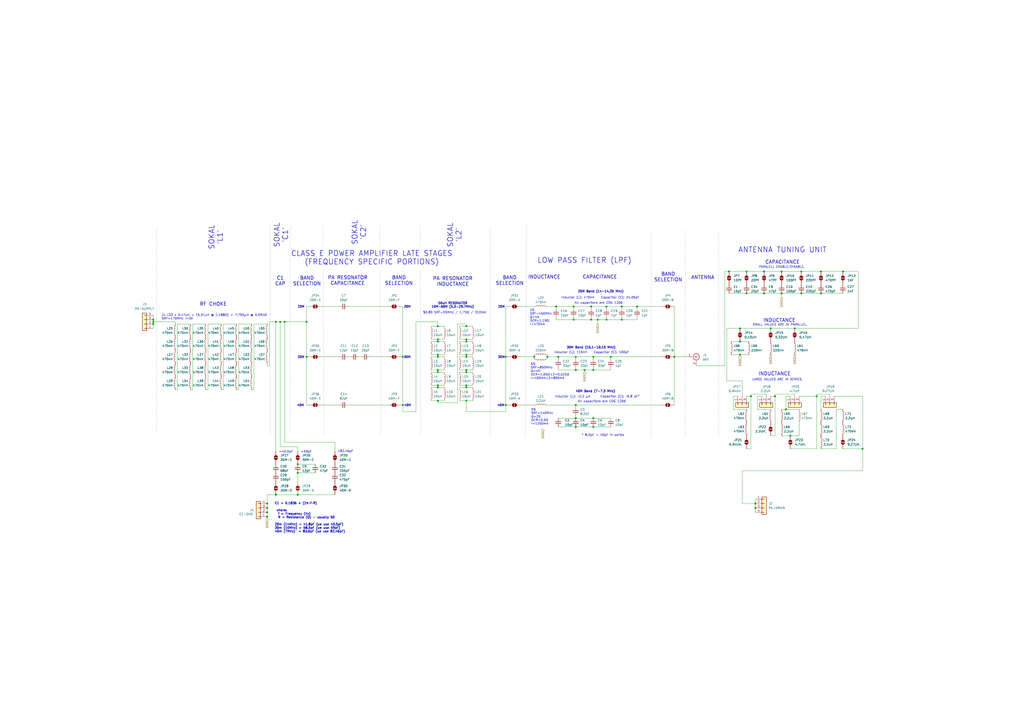
<source format=kicad_sch>
(kicad_sch (version 20231120) (generator "eeschema") (generator_version "8.0")
  (paper "A2")
  (junction (at 254 215.9))
  (junction (at 334.01 234.95))
  (junction (at 309.88 207.01))
  (junction (at 443.23 170.18))
  (junction (at 433.07 157.48))
  (junction (at 160.02 186.69))
  (junction (at 154.94 292.1))
  (junction (at 344.17 242.57))
  (junction (at 354.33 207.01))
  (junction (at 233.68 234.95))
  (junction (at 270.51 196.85))
  (junction (at 154.94 299.72))
  (junction (at 473.71 229.87))
  (junction (at 429.26 190.5))
  (junction (at 476.25 170.18))
  (junction (at 254 205.74))
  (junction (at 334.01 207.01))
  (junction (at 342.9 185.42))
  (junction (at 435.61 229.87))
  (junction (at 344.17 214.63))
  (junction (at 254 198.12))
  (junction (at 461.01 190.5))
  (junction (at 360.68 177.8))
  (junction (at 88.9 185.42))
  (junction (at 429.26 205.74))
  (junction (at 429.26 198.12))
  (junction (at 322.58 177.8))
  (junction (at 458.47 252.73))
  (junction (at 177.8 186.69))
  (junction (at 293.37 234.95))
  (junction (at 172.72 269.24))
  (junction (at 449.58 229.87))
  (junction (at 334.01 214.63))
  (junction (at 270.51 207.01))
  (junction (at 464.82 157.48))
  (junction (at 154.94 297.18))
  (junction (at 464.82 170.18))
  (junction (at 160.02 287.02))
  (junction (at 270.51 215.9))
  (junction (at 438.15 292.1))
  (junction (at 346.71 185.42))
  (junction (at 254 196.85))
  (junction (at 293.37 207.01))
  (junction (at 270.51 232.41))
  (junction (at 455.93 237.49))
  (junction (at 443.23 157.48))
  (junction (at 438.15 294.64))
  (junction (at 165.1 186.69))
  (junction (at 369.57 177.8))
  (junction (at 500.38 260.35))
  (junction (at 339.09 214.63))
  (junction (at 334.01 247.65))
  (junction (at 351.79 177.8))
  (junction (at 344.17 247.65))
  (junction (at 422.91 157.48))
  (junction (at 323.85 207.01))
  (junction (at 254 207.01))
  (junction (at 172.72 274.32))
  (junction (at 488.95 157.48))
  (junction (at 270.51 223.52))
  (junction (at 342.9 177.8))
  (junction (at 154.94 294.64))
  (junction (at 391.16 207.01))
  (junction (at 476.25 157.48))
  (junction (at 88.9 186.69))
  (junction (at 344.17 207.01))
  (junction (at 453.39 170.18))
  (junction (at 177.8 207.01))
  (junction (at 254 189.23))
  (junction (at 233.68 207.01))
  (junction (at 270.51 189.23))
  (junction (at 270.51 198.12))
  (junction (at 254 224.79))
  (junction (at 88.9 187.96))
  (junction (at 447.04 190.5))
  (junction (at 254 223.52))
  (junction (at 317.5 207.01))
  (junction (at 453.39 157.48))
  (junction (at 172.72 287.02))
  (junction (at 332.74 177.8))
  (junction (at 270.51 224.79))
  (junction (at 162.56 186.69))
  (junction (at 360.68 185.42))
  (junction (at 254 214.63))
  (junction (at 351.79 185.42))
  (junction (at 254 232.41))
  (junction (at 334.01 242.57))
  (junction (at 433.07 170.18))
  (junction (at 270.51 205.74))
  (junction (at 270.51 214.63))
  (junction (at 332.74 185.42))
  (wire (pts (xy 154.94 287.02) (xy 154.94 292.1)))
  (wire (pts (xy 453.39 252.73) (xy 458.47 252.73)))
  (wire (pts (xy 270.51 196.85) (xy 274.32 196.85)))
  (wire (pts (xy 422.91 170.18) (xy 433.07 170.18)))
  (wire (pts (xy 483.87 229.87) (xy 500.38 229.87)))
  (wire (pts (xy 177.8 186.69) (xy 177.8 207.01)))
  (wire (pts (xy 354.33 214.63) (xy 344.17 214.63)))
  (wire (pts (xy 342.9 184.15) (xy 342.9 185.42)))
  (wire (pts (xy 270.51 238.76) (xy 293.37 238.76)))
  (polyline (pts (xy 416.814 134.366) (xy 416.814 254)) (stroke (width 0) (type dot)))
  (wire (pts (xy 120.65 187.96) (xy 120.65 226.06)))
  (wire (pts (xy 241.3 186.69) (xy 254 186.69)))
  (wire (pts (xy 309.88 207.01) (xy 309.88 208.28)))
  (wire (pts (xy 322.58 185.42) (xy 332.74 185.42)))
  (wire (pts (xy 464.82 157.48) (xy 476.25 157.48)))
  (wire (pts (xy 270.51 207.01) (xy 274.32 207.01)))
  (wire (pts (xy 435.61 228.6) (xy 435.61 229.87)))
  (wire (pts (xy 254 186.69) (xy 254 189.23)))
  (wire (pts (xy 473.71 229.87) (xy 473.71 228.6)))
  (wire (pts (xy 438.15 289.56) (xy 438.15 292.1)))
  (wire (pts (xy 317.5 234.95) (xy 334.01 234.95)))
  (wire (pts (xy 214.63 207.01) (xy 224.79 207.01)))
  (wire (pts (xy 156.21 212.09) (xy 156.21 186.69)))
  (wire (pts (xy 265.43 187.96) (xy 270.51 187.96)))
  (wire (pts (xy 439.42 229.87) (xy 439.42 237.49)))
  (wire (pts (xy 369.57 177.8) (xy 383.54 177.8)))
  (wire (pts (xy 453.39 170.18) (xy 453.39 172.72)))
  (wire (pts (xy 265.43 233.68) (xy 265.43 187.96)))
  (wire (pts (xy 323.85 242.57) (xy 334.01 242.57)))
  (wire (pts (xy 360.68 184.15) (xy 360.68 185.42)))
  (wire (pts (xy 177.8 177.8) (xy 179.07 177.8)))
  (wire (pts (xy 254 232.41) (xy 254 233.68)))
  (wire (pts (xy 344.17 214.63) (xy 339.09 214.63)))
  (wire (pts (xy 429.26 198.12) (xy 434.34 198.12)))
  (wire (pts (xy 334.01 247.65) (xy 334.01 248.92)))
  (wire (pts (xy 179.07 234.95) (xy 177.8 234.95)))
  (wire (pts (xy 293.37 234.95) (xy 293.37 238.76)))
  (wire (pts (xy 344.17 242.57) (xy 354.33 242.57)))
  (wire (pts (xy 322.58 177.8) (xy 322.58 179.07)))
  (wire (pts (xy 138.43 187.96) (xy 146.05 187.96)))
  (wire (pts (xy 334.01 207.01) (xy 334.01 208.28)))
  (wire (pts (xy 266.7 207.01) (xy 270.51 207.01)))
  (wire (pts (xy 339.09 214.63) (xy 334.01 214.63)))
  (wire (pts (xy 250.19 196.85) (xy 254 196.85)))
  (wire (pts (xy 424.18 198.12) (xy 429.26 198.12)))
  (wire (pts (xy 266.7 232.41) (xy 270.51 232.41)))
  (wire (pts (xy 430.53 220.98) (xy 430.53 229.87)))
  (wire (pts (xy 111.76 187.96) (xy 111.76 226.06)))
  (wire (pts (xy 101.6 186.69) (xy 101.6 187.96)))
  (wire (pts (xy 88.9 186.69) (xy 101.6 186.69)))
  (wire (pts (xy 422.91 157.48) (xy 420.37 157.48)))
  (wire (pts (xy 88.9 190.5) (xy 88.9 187.96)))
  (wire (pts (xy 332.74 185.42) (xy 342.9 185.42)))
  (wire (pts (xy 270.51 214.63) (xy 274.32 214.63)))
  (wire (pts (xy 154.94 287.02) (xy 160.02 287.02)))
  (wire (pts (xy 430.53 220.98) (xy 421.64 220.98)))
  (wire (pts (xy 250.19 215.9) (xy 254 215.9)))
  (wire (pts (xy 430.53 273.05) (xy 430.53 292.1)))
  (wire (pts (xy 342.9 185.42) (xy 346.71 185.42)))
  (wire (pts (xy 172.72 259.08) (xy 172.72 261.62)))
  (wire (pts (xy 332.74 184.15) (xy 332.74 185.42)))
  (polyline (pts (xy 187.325 130.81) (xy 187.325 144.145)) (stroke (width 0) (type dot)))
  (wire (pts (xy 270.51 214.63) (xy 270.51 215.9)))
  (wire (pts (xy 172.72 274.32) (xy 182.88 274.32)))
  (wire (pts (xy 177.8 207.01) (xy 179.07 207.01)))
  (wire (pts (xy 500.38 260.35) (xy 500.38 229.87)))
  (wire (pts (xy 346.71 185.42) (xy 346.71 187.96)))
  (polyline (pts (xy 243.84 130.81) (xy 243.84 144.145)) (stroke (width 0) (type dot)))
  (wire (pts (xy 425.45 237.49) (xy 433.07 237.49)))
  (wire (pts (xy 270.51 187.96) (xy 270.51 189.23)))
  (wire (pts (xy 233.68 177.8) (xy 233.68 207.01)))
  (wire (pts (xy 458.47 229.87) (xy 455.93 229.87)))
  (wire (pts (xy 420.37 157.48) (xy 420.37 212.09)))
  (wire (pts (xy 208.28 207.01) (xy 209.55 207.01)))
  (wire (pts (xy 250.19 232.41) (xy 254 232.41)))
  (wire (pts (xy 455.93 237.49) (xy 463.55 237.49)))
  (wire (pts (xy 88.9 185.42) (xy 88.9 182.88)))
  (wire (pts (xy 154.94 299.72) (xy 154.94 300.99)))
  (wire (pts (xy 254 223.52) (xy 257.81 223.52)))
  (wire (pts (xy 344.17 207.01) (xy 354.33 207.01)))
  (wire (pts (xy 427.99 229.87) (xy 425.45 229.87)))
  (wire (pts (xy 500.38 260.35) (xy 500.38 273.05)))
  (polyline (pts (xy 90.805 132.08) (xy 90.805 251.714)) (stroke (width 0) (type dot)))
  (wire (pts (xy 162.56 259.08) (xy 172.72 259.08)))
  (wire (pts (xy 344.17 207.01) (xy 344.17 208.28)))
  (wire (pts (xy 146.05 226.06) (xy 147.32 226.06)))
  (wire (pts (xy 254 198.12) (xy 257.81 198.12)))
  (wire (pts (xy 449.58 228.6) (xy 461.01 228.6)))
  (wire (pts (xy 441.96 229.87) (xy 439.42 229.87)))
  (polyline (pts (xy 243.84 157.226) (xy 244.094 251.968)) (stroke (width 0) (type dot)))
  (wire (pts (xy 154.94 294.64) (xy 154.94 297.18)))
  (wire (pts (xy 339.09 214.63) (xy 339.09 215.9)))
  (wire (pts (xy 254 223.52) (xy 254 224.79)))
  (wire (pts (xy 254 215.9) (xy 257.81 215.9)))
  (wire (pts (xy 254 224.79) (xy 257.81 224.79)))
  (wire (pts (xy 241.3 238.76) (xy 241.3 186.69)))
  (polyline (pts (xy 168.275 130.81) (xy 168.275 251.714)) (stroke (width 0) (type dot)))
  (wire (pts (xy 488.95 157.48) (xy 497.84 157.48)))
  (wire (pts (xy 147.32 187.96) (xy 154.94 187.96)))
  (wire (pts (xy 322.58 184.15) (xy 322.58 185.42)))
  (wire (pts (xy 473.71 228.6) (xy 481.33 228.6)))
  (wire (pts (xy 461.01 190.5) (xy 497.84 190.5)))
  (wire (pts (xy 177.8 177.8) (xy 177.8 186.69)))
  (wire (pts (xy 233.68 177.8) (xy 232.41 177.8)))
  (wire (pts (xy 323.85 207.01) (xy 334.01 207.01)))
  (wire (pts (xy 453.39 157.48) (xy 464.82 157.48)))
  (wire (pts (xy 481.33 229.87) (xy 481.33 228.6)))
  (wire (pts (xy 309.88 205.74) (xy 309.88 207.01)))
  (wire (pts (xy 172.72 274.32) (xy 172.72 279.4)))
  (wire (pts (xy 346.71 185.42) (xy 351.79 185.42)))
  (wire (pts (xy 444.5 229.87) (xy 444.5 228.6)))
  (wire (pts (xy 266.7 189.23) (xy 270.51 189.23)))
  (wire (pts (xy 120.65 187.96) (xy 128.27 187.96)))
  (wire (pts (xy 447.04 190.5) (xy 461.01 190.5)))
  (wire (pts (xy 293.37 234.95) (xy 294.64 234.95)))
  (wire (pts (xy 433.07 170.18) (xy 443.23 170.18)))
  (wire (pts (xy 334.01 214.63) (xy 323.85 214.63)))
  (wire (pts (xy 160.02 287.02) (xy 172.72 287.02)))
  (polyline (pts (xy 377.698 134.62) (xy 377.698 254.254)) (stroke (width 0) (type dot)))
  (wire (pts (xy 351.79 177.8) (xy 360.68 177.8)))
  (wire (pts (xy 334.01 234.95) (xy 334.01 236.22)))
  (wire (pts (xy 270.51 232.41) (xy 274.32 232.41)))
  (wire (pts (xy 439.42 237.49) (xy 447.04 237.49)))
  (wire (pts (xy 293.37 207.01) (xy 294.64 207.01)))
  (wire (pts (xy 334.01 234.95) (xy 383.54 234.95)))
  (wire (pts (xy 201.93 177.8) (xy 224.79 177.8)))
  (wire (pts (xy 334.01 241.3) (xy 334.01 242.57)))
  (wire (pts (xy 250.19 205.74) (xy 254 205.74)))
  (wire (pts (xy 438.15 292.1) (xy 438.15 294.64)))
  (wire (pts (xy 293.37 177.8) (xy 294.64 177.8)))
  (wire (pts (xy 322.58 177.8) (xy 332.74 177.8)))
  (wire (pts (xy 461.01 228.6) (xy 461.01 229.87)))
  (wire (pts (xy 270.51 205.74) (xy 274.32 205.74)))
  (wire (pts (xy 270.51 189.23) (xy 274.32 189.23)))
  (wire (pts (xy 154.94 212.09) (xy 156.21 212.09)))
  (wire (pts (xy 449.58 229.87) (xy 449.58 228.6)))
  (wire (pts (xy 266.7 205.74) (xy 270.51 205.74)))
  (wire (pts (xy 360.68 177.8) (xy 360.68 179.07)))
  (wire (pts (xy 369.57 184.15) (xy 369.57 185.42)))
  (polyline (pts (xy 284.48 132.08) (xy 284.48 252.984)) (stroke (width 0) (type dot)))
  (wire (pts (xy 429.26 205.74) (xy 429.26 207.01)))
  (wire (pts (xy 137.16 226.06) (xy 138.43 226.06)))
  (wire (pts (xy 250.19 198.12) (xy 254 198.12)))
  (wire (pts (xy 488.95 260.35) (xy 500.38 260.35)))
  (wire (pts (xy 250.19 207.01) (xy 254 207.01)))
  (wire (pts (xy 254 189.23) (xy 257.81 189.23)))
  (wire (pts (xy 476.25 170.18) (xy 488.95 170.18)))
  (wire (pts (xy 334.01 242.57) (xy 344.17 242.57)))
  (wire (pts (xy 302.26 177.8) (xy 309.88 177.8)))
  (wire (pts (xy 154.94 297.18) (xy 154.94 299.72)))
  (wire (pts (xy 391.16 207.01) (xy 398.78 207.01)))
  (wire (pts (xy 266.7 224.79) (xy 270.51 224.79)))
  (wire (pts (xy 138.43 187.96) (xy 138.43 226.06)))
  (wire (pts (xy 476.25 237.49) (xy 476.25 229.87)))
  (wire (pts (xy 476.25 157.48) (xy 488.95 157.48)))
  (wire (pts (xy 438.15 294.64) (xy 438.15 297.18)))
  (wire (pts (xy 463.55 229.87) (xy 473.71 229.87)))
  (wire (pts (xy 250.19 224.79) (xy 254 224.79)))
  (wire (pts (xy 233.68 234.95) (xy 233.68 238.76)))
  (wire (pts (xy 334.01 247.65) (xy 344.17 247.65)))
  (wire (pts (xy 266.7 198.12) (xy 270.51 198.12)))
  (wire (pts (xy 293.37 177.8) (xy 293.37 207.01)))
  (wire (pts (xy 463.55 252.73) (xy 463.55 245.11)))
  (wire (pts (xy 160.02 186.69) (xy 162.56 186.69)))
  (wire (pts (xy 254 196.85) (xy 254 198.12)))
  (wire (pts (xy 233.68 207.01) (xy 232.41 207.01)))
  (wire (pts (xy 186.69 207.01) (xy 196.85 207.01)))
  (wire (pts (xy 323.85 214.63) (xy 323.85 213.36)))
  (wire (pts (xy 354.33 213.36) (xy 354.33 214.63)))
  (wire (pts (xy 473.71 260.35) (xy 473.71 229.87)))
  (wire (pts (xy 119.38 226.06) (xy 120.65 226.06)))
  (wire (pts (xy 433.07 157.48) (xy 443.23 157.48)))
  (wire (pts (xy 317.5 205.74) (xy 317.5 207.01)))
  (wire (pts (xy 302.26 234.95) (xy 309.88 234.95)))
  (wire (pts (xy 449.58 252.73) (xy 449.58 229.87)))
  (wire (pts (xy 342.9 177.8) (xy 342.9 179.07)))
  (wire (pts (xy 422.91 157.48) (xy 433.07 157.48)))
  (wire (pts (xy 447.04 229.87) (xy 449.58 229.87)))
  (wire (pts (xy 172.72 269.24) (xy 182.88 269.24)))
  (wire (pts (xy 332.74 177.8) (xy 342.9 177.8)))
  (wire (pts (xy 128.27 226.06) (xy 129.54 226.06)))
  (wire (pts (xy 334.01 213.36) (xy 334.01 214.63)))
  (wire (pts (xy 354.33 207.01) (xy 354.33 208.28)))
  (wire (pts (xy 354.33 207.01) (xy 383.54 207.01)))
  (wire (pts (xy 111.76 187.96) (xy 119.38 187.96)))
  (wire (pts (xy 250.19 223.52) (xy 254 223.52)))
  (polyline (pts (xy 305.435 130.175) (xy 304.8 253.238)) (stroke (width 0) (type dot)))
  (wire (pts (xy 476.25 229.87) (xy 478.79 229.87)))
  (wire (pts (xy 254 214.63) (xy 257.81 214.63)))
  (polyline (pts (xy 220.345 130.81) (xy 220.345 144.145)) (stroke (width 0) (type dot)))
  (wire (pts (xy 270.51 223.52) (xy 274.32 223.52)))
  (wire (pts (xy 201.93 234.95) (xy 224.79 234.95)))
  (wire (pts (xy 154.94 292.1) (xy 154.94 294.64)))
  (wire (pts (xy 453.39 237.49) (xy 455.93 237.49)))
  (wire (pts (xy 194.31 256.54) (xy 194.31 261.62)))
  (wire (pts (xy 485.14 237.49) (xy 488.95 237.49)))
  (wire (pts (xy 429.26 190.5) (xy 421.64 190.5)))
  (wire (pts (xy 254 232.41) (xy 257.81 232.41)))
  (polyline (pts (xy 220.472 156.972) (xy 220.98 251.968)) (stroke (width 0) (type dot)))
  (wire (pts (xy 101.6 226.06) (xy 102.87 226.06)))
  (wire (pts (xy 254 196.85) (xy 257.81 196.85)))
  (wire (pts (xy 443.23 157.48) (xy 453.39 157.48)))
  (wire (pts (xy 421.64 190.5) (xy 421.64 220.98)))
  (wire (pts (xy 102.87 187.96) (xy 102.87 226.06)))
  (wire (pts (xy 102.87 187.96) (xy 110.49 187.96)))
  (wire (pts (xy 447.04 252.73) (xy 449.58 252.73)))
  (wire (pts (xy 270.51 232.41) (xy 270.51 238.76)))
  (wire (pts (xy 317.5 207.01) (xy 317.5 208.28)))
  (wire (pts (xy 369.57 177.8) (xy 369.57 179.07)))
  (wire (pts (xy 270.51 224.79) (xy 274.32 224.79)))
  (wire (pts (xy 270.51 205.74) (xy 270.51 207.01)))
  (wire (pts (xy 165.1 256.54) (xy 194.31 256.54)))
  (wire (pts (xy 351.79 177.8) (xy 351.79 179.07)))
  (wire (pts (xy 88.9 187.96) (xy 88.9 186.69)))
  (wire (pts (xy 129.54 187.96) (xy 137.16 187.96)))
  (wire (pts (xy 351.79 184.15) (xy 351.79 185.42)))
  (wire (pts (xy 233.68 238.76) (xy 241.3 238.76)))
  (wire (pts (xy 317.5 207.01) (xy 323.85 207.01)))
  (wire (pts (xy 485.14 237.49) (xy 485.14 260.35)))
  (wire (pts (xy 391.16 207.01) (xy 391.16 234.95)))
  (wire (pts (xy 154.94 210.82) (xy 154.94 212.09)))
  (wire (pts (xy 332.74 177.8) (xy 332.74 179.07)))
  (wire (pts (xy 360.68 185.42) (xy 369.57 185.42)))
  (wire (pts (xy 344.17 213.36) (xy 344.17 214.63)))
  (wire (pts (xy 425.45 229.87) (xy 425.45 237.49)))
  (wire (pts (xy 165.1 186.69) (xy 177.8 186.69)))
  (wire (pts (xy 270.51 196.85) (xy 270.51 198.12)))
  (wire (pts (xy 458.47 252.73) (xy 463.55 252.73)))
  (wire (pts (xy 254 207.01) (xy 257.81 207.01)))
  (wire (pts (xy 266.7 215.9) (xy 270.51 215.9)))
  (wire (pts (xy 162.56 186.69) (xy 165.1 186.69)))
  (wire (pts (xy 270.51 215.9) (xy 274.32 215.9)))
  (wire (pts (xy 250.19 214.63) (xy 254 214.63)))
  (wire (pts (xy 186.69 177.8) (xy 196.85 177.8)))
  (wire (pts (xy 342.9 177.8) (xy 351.79 177.8)))
  (wire (pts (xy 162.56 186.69) (xy 162.56 259.08)))
  (wire (pts (xy 88.9 186.69) (xy 88.9 185.42)))
  (wire (pts (xy 323.85 207.01) (xy 323.85 208.28)))
  (polyline (pts (xy 397.51 133.858) (xy 397.51 253.492)) (stroke (width 0) (type dot)))
  (wire (pts (xy 455.93 229.87) (xy 455.93 237.49)))
  (wire (pts (xy 500.38 273.05) (xy 430.53 273.05)))
  (wire (pts (xy 317.5 177.8) (xy 322.58 177.8)))
  (wire (pts (xy 233.68 207.01) (xy 233.68 234.95)))
  (wire (pts (xy 497.84 157.48) (xy 497.84 190.5)))
  (wire (pts (xy 156.21 186.69) (xy 160.02 186.69)))
  (wire (pts (xy 435.61 229.87) (xy 435.61 260.35)))
  (wire (pts (xy 435.61 228.6) (xy 444.5 228.6)))
  (wire (pts (xy 254 205.74) (xy 254 207.01)))
  (wire (pts (xy 476.25 260.35) (xy 485.14 260.35)))
  (wire (pts (xy 266.7 196.85) (xy 270.51 196.85)))
  (wire (pts (xy 266.7 214.63) (xy 270.51 214.63)))
  (wire (pts (xy 165.1 256.54) (xy 165.1 186.69)))
  (wire (pts (xy 453.39 170.18) (xy 464.82 170.18)))
  (wire (pts (xy 147.32 187.96) (xy 147.32 226.06)))
  (wire (pts (xy 334.01 207.01) (xy 344.17 207.01)))
  (wire (pts (xy 429.26 205.74) (xy 434.34 205.74)))
  (wire (pts (xy 433.07 229.87) (xy 435.61 229.87)))
  (wire (pts (xy 254 233.68) (xy 265.43 233.68)))
  (wire (pts (xy 177.8 207.01) (xy 177.8 234.95)))
  (wire (pts (xy 266.7 223.52) (xy 270.51 223.52)))
  (wire (pts (xy 201.93 207.01) (xy 203.2 207.01)))
  (wire (pts (xy 360.68 177.8) (xy 369.57 177.8)))
  (wire (pts (xy 110.49 226.06) (xy 111.76 226.06)))
  (wire (pts (xy 420.37 212.09) (xy 403.86 212.09)))
  (wire (pts (xy 160.02 186.69) (xy 160.02 261.62)))
  (polyline (pts (xy 156.845 130.81) (xy 156.845 252.095)) (stroke (width 0) (type dot)))
  (wire (pts (xy 293.37 207.01) (xy 293.37 234.95)))
  (wire (pts (xy 186.69 234.95) (xy 196.85 234.95)))
  (wire (pts (xy 270.51 223.52) (xy 270.51 224.79)))
  (wire (pts (xy 323.85 247.65) (xy 334.01 247.65)))
  (wire (pts (xy 250.19 189.23) (xy 254 189.23)))
  (wire (pts (xy 344.17 247.65) (xy 354.33 247.65)))
  (wire (pts (xy 172.72 287.02) (xy 194.31 287.02)))
  (wire (pts (xy 464.82 170.18) (xy 476.25 170.18)))
  (wire (pts (xy 270.51 198.12) (xy 274.32 198.12)))
  (wire (pts (xy 254 214.63) (xy 254 215.9)))
  (wire (pts (xy 302.26 207.01) (xy 309.88 207.01)))
  (wire (pts (xy 429.26 190.5) (xy 447.04 190.5)))
  (wire (pts (xy 430.53 292.1) (xy 438.15 292.1)))
  (wire (pts (xy 351.79 185.42) (xy 360.68 185.42)))
  (wire (pts (xy 443.23 170.18) (xy 453.39 170.18)))
  (wire (pts (xy 433.07 260.35) (xy 435.61 260.35)))
  (wire (pts (xy 254 205.74) (xy 257.81 205.74)))
  (wire (pts (xy 391.16 177.8) (xy 391.16 207.01)))
  (wire (pts (xy 233.68 234.95) (xy 232.41 234.95)))
  (wire (pts (xy 458.47 260.35) (xy 473.71 260.35)))
  (wire (pts (xy 424.18 205.74) (xy 429.26 205.74)))
  (wire (pts (xy 129.54 187.96) (xy 129.54 226.06)))
  (polyline (pts (xy 187.452 156.972) (xy 187.96 251.968)) (stroke (width 0) (type dot)))
  (text "40M" (at 290.576 235.204 0) (effects (font (size 1.27 1.27) (thickness 0.254) (bold yes))))
  (text "RF CHOKE" (at 123.698 176.53 0) (effects (font (size 2.032 2.032) (thickness 0.254) (bold yes))))
  (text "50uH RESONATOR\n10M-60M (5.3-29.7MHz)" (at 262.636 177.038 0) (effects (font (size 1.27 1.27) (thickness 0.254) (bold yes))))
  (text "INDUCTANCE" (at 452.12 185.928 0) (effects (font (size 2.032 2.032) (thickness 0.254) (bold yes))))
  (text "40M" (at 236.474 235.204 0) (effects (font (size 1.27 1.27) (thickness 0.254) (bold yes))))
  (text "BAND\nSELECTION" (at 295.656 162.814 0) (effects (font (size 2.032 2.032) (thickness 0.254) (bold yes))))
  (text "CAPACITANCE" (at 453.898 152.146 0) (effects (font (size 2.032 2.032) (thickness 0.254) (bold yes))))
  (text "30M" (at 290.83 207.264 0) (effects (font (size 1.27 1.27) (thickness 0.254) (bold yes))))
  (text "30M" (at 174.625 207.264 0) (effects (font (size 1.27 1.27) (thickness 0.254) (bold yes))))
  (text "ANTENNA" (at 407.67 161.036 0) (effects (font (size 2.032 2.032) (thickness 0.254) (bold yes))))
  (text "Inductor (L): 470nH    Capacitor (C): 24.05pF" (at 348.234 172.72 0) (effects (font (size 1.27 1.27))))
  (text "20M Band (14-14.35 MHz)" (at 348.488 169.164 0) (effects (font (size 1.27 1.27) (thickness 0.254) (bold yes))))
  (text "=40.5pF" (at 161.798 262.128 0) (effects (font (size 1.27 1.27)) (justify left)))
  (text "All capacitors are C0G 1206" (at 348.996 232.918 0) (effects (font (size 1.27 1.27) (italic yes))))
  (text "INDUCTANCE" (at 449.326 216.916 0) (effects (font (size 2.032 2.032) (thickness 0.254) (bold yes))))
  (text "SMALL VALUES ARE IN PARALLEL." (at 452.374 188.468 0) (effects (font (size 1.27 1.27) (italic yes))))
  (text "40M Band (7-7.3 MHz)" (at 345.44 227.076 0) (effects (font (size 1.27 1.27) (thickness 0.254) (bold yes))))
  (text "Inductor (L): ~2.2 μH      Capacitor (C): ~6.8 pF*" (at 346.456 230.124 0) (effects (font (size 1.27 1.27))))
  (text "INDUCTANCE" (at 315.722 160.782 0) (effects (font (size 2.032 2.032) (thickness 0.254) (bold yes))))
  (text "Inductor (L): 110nH    Capacitor (C): 100pF" (at 343.154 204.47 0) (effects (font (size 1.27 1.27))))
  (text "PARALELL ENABLE/DISABLE." (at 453.39 154.94 0) (effects (font (size 1.27 1.27) (italic yes))))
  (text "5%\nSRF=140MHz\nQ=25\nDCR=0.5Ω\nI=1200mA" (at 308.102 241.808 0) (effects (font (size 1.27 1.27)) (justify left)))
  (text "C1 = 0.1836 ÷ (2π⋅f⋅R)\n\n where:\n  f = Frequency (Hz)\n  R = Resistance (Ω) - usually 50\n\n20m (14MHz) = 41.8pF (we use 40.5pF)\n30m (10MHz) = 58.5pF (we use 59pF)\n40m (7MHz)  = 83.6pF (we use 82.46pF)\n" (at 159.258 300.228 0) (effects (font (size 1.27 1.27) (thickness 0.254) (bold yes)) (justify left)))
  (text "LOW PASS FILTER (LPF)" (at 339.09 151.13 0) (effects (font (size 3.048 3.048) (thickness 0.254) (bold yes))))
  (text "ANTENNA TUNING UNIT" (at 453.898 145.034 0) (effects (font (size 3.048 3.048) (thickness 0.254) (bold yes))))
  (text "2x (33 x 0.47uH = 15.51uH @ 1.188Ω) = 7.755μH @ 0.594Ω\nSRF=170MHz I>3A" (at 93.726 183.896 0) (effects (font (size 1.27 1.27)) (justify left)))
  (text "BAND\nSELECTION" (at 178.054 163.068 0) (effects (font (size 2.032 2.032) (thickness 0.254) (bold yes))))
  (text "20M" (at 174.625 178.054 0) (effects (font (size 1.27 1.27) (thickness 0.254) (bold yes))))
  (text "CAPACITANCE" (at 347.98 160.782 0) (effects (font (size 2.032 2.032) (thickness 0.254) (bold yes))))
  (text "=82.46pF" (at 195.58 261.874 0) (effects (font (size 1.27 1.27)) (justify left)))
  (text "C1\nCAP" (at 162.56 163.068 0) (effects (font (size 2.032 2.032) (thickness 0.254) (bold yes))))
  (text "SOKAL\n'C2'" (at 208.28 134.874 90) (effects (font (size 3.048 3.048) (thickness 0.254) (bold yes))))
  (text "$0.80 SRF=55MHz / 1.75Ω / 310mA\n" (at 263.652 181.356 0) (effects (font (size 1.27 1.27))))
  (text "BAND\nSELECTION" (at 231.394 162.814 0) (effects (font (size 2.032 2.032) (thickness 0.254) (bold yes))))
  (text "30M Band (10.1-10.15 MHz)" (at 342.9 201.676 0) (effects (font (size 1.27 1.27) (thickness 0.254) (bold yes))))
  (text "All capacitors are C0G 1206" (at 347.218 175.768 0) (effects (font (size 1.27 1.27) (italic yes))))
  (text "BAND\nSELECTION" (at 387.604 160.782 0) (effects (font (size 2.032 2.032) (thickness 0.254) (bold yes))))
  (text "LARGE VALUES ARE IN SERIES." (at 450.85 220.218 0) (effects (font (size 1.27 1.27) (italic yes))))
  (text "* 8.2pF + 40pF in series" (at 349.758 252.476 0) (effects (font (size 1.27 1.27))))
  (text "SOKAL\n'L1'" (at 125.222 137.668 90) (effects (font (size 3.048 3.048) (thickness 0.254) (bold yes))))
  (text "PA RESONATOR\nINDUCTANCE" (at 262.636 163.322 0) (effects (font (size 2.032 2.032) (thickness 0.254) (bold yes))))
  (text "2%\nSRF=450MHz\nQ=45\nDCR=1.19Ω\nI=470mA" (at 307.34 184.15 0) (effects (font (size 1.27 1.27)) (justify left)))
  (text "5%\nSRF=850MHz\nQ=40\nDCR=1.05Ω÷2=0.525Ω\nI=400mA×2=800mA" (at 307.848 215.392 0) (effects (font (size 1.27 1.27)) (justify left)))
  (text "SOKAL\n'L2'" (at 263.652 136.398 90) (effects (font (size 3.048 3.048) (thickness 0.254) (bold yes))))
  (text "20M" (at 236.22 178.054 0) (effects (font (size 1.27 1.27) (thickness 0.254) (bold yes))))
  (text "CLASS E POWER AMPLIFIER LATE STAGES\n(FREQUENCY SPECIFIC PORTIONS)" (at 215.646 149.606 0) (effects (font (size 3.048 3.048) (thickness 0.254) (bold yes))))
  (text "SOKAL\n'C1'" (at 163.068 136.398 90) (effects (font (size 3.048 3.048) (thickness 0.254) (bold yes))))
  (text "=59pF" (at 174.498 262.128 0) (effects (font (size 1.27 1.27)) (justify left)))
  (text "30M" (at 236.22 207.264 0) (effects (font (size 1.27 1.27) (thickness 0.254) (bold yes))))
  (text "40M" (at 174.371 235.204 0) (effects (font (size 1.27 1.27) (thickness 0.254) (bold yes))))
  (text "20M" (at 290.83 178.054 0) (effects (font (size 1.27 1.27) (thickness 0.254) (bold yes))))
  (text "PA RESONATOR\nCAPACITANCE" (at 201.676 162.814 0) (effects (font (size 2.032 2.032) (thickness 0.254) (bold yes))))
  (hierarchical_label "GND" (shape passive) (at 346.71 187.96 270))
  (hierarchical_label "GND" (shape passive) (at 314.96 248.92 270))
  (hierarchical_label "GND" (shape passive) (at 429.26 207.01 270))
  (hierarchical_label "GND" (shape passive) (at 154.94 300.99 270))
  (hierarchical_label "GND" (shape passive) (at 339.09 215.9 270))
  (hierarchical_label "GND" (shape passive) (at 461.01 205.74 270))
  (hierarchical_label "GND" (shape passive) (at 453.39 172.72 270))
  (hierarchical_label "GND" (shape passive) (at 447.04 205.74 270))
  (symbol (lib_id "Device:L") (at 146.05 199.39 0) (mirror y) (unit 1)
    (property "Reference" "L51" (at 144.78 198.1199 0) (effects (justify left)))
    (property "Value" "470nH" (at 144.78 200.6599 0) (effects (justify left)))
    (property "Footprint" "Inductor_SMD:L_1008_2520Metric" (effects (hide yes)))
    (property "Datasheet" "https://wmsc.lcsc.com/wmsc/upload/file/pdf/v2/lcsc/2310251550_Sunlord-SPH252012HR47MT_C316369.pdf" (effects (hide yes)))
    (property "Description" "3A 470nH ±20% 4.1A 1008 Power Inductors ROHS" (effects (hide yes)))
    (property "LCSC Part #" "C316369" (effects (hide yes)))
    (property "MPN" "SPH252012HR47MT" (effects (hide yes)))
    (property "Manufacturer" "Sunlord" (effects (hide yes)))
  )
  (symbol (lib_id "Jumper:SolderJumper_2_Open") (at 228.6 177.8 0) (mirror y) (unit 1) (exclude_from_sim yes) (in_bom no)
    (property "Reference" "JP1" (at 228.6 171.45 0))
    (property "Value" "20M-F" (at 228.6 173.99 0))
    (property "Footprint" "Jumper:SolderJumper-2_P1.3mm_Open_RoundedPad1.0x1.5mm" (effects (hide yes)))
    (property "Description" "Solder Jumper, 2-pole, open" (effects (hide yes)))
  )
  (symbol (lib_id "Device:C_Small") (at 354.33 245.11 0) (unit 1)
    (property "Reference" "C8" (at 356.87 243.8462 0) (effects (justify left)))
    (property "Value" "10pF" (at 356.87 246.3862 0) (effects (justify left)))
    (property "Footprint" "Capacitor_SMD:C_1206_3216Metric" (effects (hide yes)))
    (property "Datasheet" "https://wmsc.lcsc.com/wmsc/upload/file/pdf/v2/lcsc/2304140030_CCTC-TCC1206COG100J102DT_C377014.pdf" (effects (hide yes)))
    (property "Description" "1kV 10pF C0G ±5% 1206 Multilayer Ceramic Capacitors MLCC - SMD/SMT ROHS" (effects (hide yes)))
    (property "LCSC Part #" "C377014" (effects (hide yes)))
    (property "MPN" "TCC1206COG100J102DT" (effects (hide yes)))
    (property "Manufacturer" "CCTC" (effects (hide yes)))
  )
  (symbol (lib_id "Device:L") (at 137.16 199.39 0) (mirror y) (unit 1)
    (property "Reference" "L46" (at 135.89 198.1199 0) (effects (justify left)))
    (property "Value" "470nH" (at 135.89 200.6599 0) (effects (justify left)))
    (property "Footprint" "Inductor_SMD:L_1008_2520Metric" (effects (hide yes)))
    (property "Datasheet" "https://wmsc.lcsc.com/wmsc/upload/file/pdf/v2/lcsc/2310251550_Sunlord-SPH252012HR47MT_C316369.pdf" (effects (hide yes)))
    (property "Description" "3A 470nH ±20% 4.1A 1008 Power Inductors ROHS" (effects (hide yes)))
    (property "LCSC Part #" "C316369" (effects (hide yes)))
    (property "MPN" "SPH252012HR47MT" (effects (hide yes)))
    (property "Manufacturer" "Sunlord" (effects (hide yes)))
  )
  (symbol (lib_id "Jumper:SolderJumper_2_Open") (at 447.04 248.92 90) (mirror x) (unit 1) (exclude_from_sim yes) (in_bom no)
    (property "Reference" "JP22" (at 444.5 247.6499 90) (effects (justify left)))
    (property "Value" "2.2UH." (at 444.5 250.1899 90) (effects (justify left)))
    (property "Footprint" "Jumper:SolderJumper-2_P1.3mm_Open_RoundedPad1.0x1.5mm" (effects (hide yes)))
    (property "Description" "Solder Jumper, 2-pole, open" (effects (hide yes)))
  )
  (symbol (lib_id "Device:C_Small") (at 182.88 271.78 0) (unit 1)
    (property "Reference" "C33" (at 185.42 270.5162 0) (effects (justify left)))
    (property "Value" "47pF" (at 185.42 273.0562 0) (effects (justify left)))
    (property "Footprint" "Capacitor_SMD:C_0805_2012Metric" (effects (hide yes)))
    (property "Datasheet" "https://wmsc.lcsc.com/wmsc/upload/file/pdf/v2/lcsc/2304140030_Samsung-Electro-Mechanics-CL21C470JBANNNC_C14857.pdf" (effects (hide yes)))
    (property "Description" "50V 47pF C0G ±5% 0805 Multilayer Ceramic Capacitors MLCC - SMD/SMT ROHS" (effects (hide yes)))
    (property "LCSC Part #" "C14857" (effects (hide yes)))
    (property "MPN" "CL21C470JBANNNC" (effects (hide yes)))
    (property "Manufacturer" "Samsung" (effects (hide yes)))
  )
  (symbol (lib_id "Device:C_Small") (at 476.25 167.64 0) (unit 1)
    (property "Reference" "C26" (at 478.79 166.3762 0) (effects (justify left)))
    (property "Value" "470pF" (at 478.79 168.9162 0) (effects (justify left)))
    (property "Footprint" "Capacitor_SMD:C_0805_2012Metric" (effects (hide yes)))
    (property "Datasheet" "https://wmsc.lcsc.com/wmsc/upload/file/pdf/v2/lcsc/2304140030_FH--Guangdong-Fenghua-Advanced-Tech-0805B471K500NT_C1743.pdf" (effects (hide yes)))
    (property "Description" "50V 470pF X7R ±10% 0805 Multilayer Ceramic Capacitors MLCC - SMD/SMT ROHS" (effects (hide yes)))
    (property "LCSC Part #" "C1743" (effects (hide yes)))
    (property "MPN" "0805B471K500NT" (effects (hide yes)))
    (property "Manufacturer" "Fenghua" (effects (hide yes)))
  )
  (symbol (lib_id "Device:L") (at 274.32 193.04 0) (unit 1)
    (property "Reference" "L17" (at 275.59 191.7699 0) (effects (justify left)))
    (property "Value" "10uH" (at 275.59 194.3099 0) (effects (justify left)))
    (property "Footprint" "Inductor_SMD:L_1008_2520Metric" (effects (hide yes)))
    (property "Datasheet" "https://wmsc.lcsc.com/wmsc/upload/file/pdf/v2/lcsc/2304140030_TDK-NLV25T-100J-PF_C76825.pdf" (effects (hide yes)))
    (property "Description" "155mA 10uH ±5% 1008 Power Inductors ROHS" (effects (hide yes)))
    (property "LCSC Part #" "C76825" (effects (hide yes)))
    (property "MPN" "NLV25T-100J-PF" (effects (hide yes)))
    (property "Manufacturer" "TDK" (effects (hide yes)))
  )
  (symbol (lib_id "Jumper:SolderJumper_2_Open") (at 387.35 207.01 0) (unit 1) (exclude_from_sim yes) (in_bom no)
    (property "Reference" "JP5" (at 387.35 200.66 0))
    (property "Value" "30M-B" (at 387.35 203.2 0))
    (property "Footprint" "Jumper:SolderJumper-2_P1.3mm_Open_RoundedPad1.0x1.5mm" (effects (hide yes)))
    (property "Description" "Solder Jumper, 2-pole, open" (effects (hide yes)))
  )
  (symbol (lib_id "Device:L") (at 137.16 191.77 0) (mirror y) (unit 1)
    (property "Reference" "L45" (at 135.89 190.4999 0) (effects (justify left)))
    (property "Value" "470nH" (at 135.89 193.0399 0) (effects (justify left)))
    (property "Footprint" "Inductor_SMD:L_1008_2520Metric" (effects (hide yes)))
    (property "Datasheet" "https://wmsc.lcsc.com/wmsc/upload/file/pdf/v2/lcsc/2310251550_Sunlord-SPH252012HR47MT_C316369.pdf" (effects (hide yes)))
    (property "Description" "3A 470nH ±20% 4.1A 1008 Power Inductors ROHS" (effects (hide yes)))
    (property "LCSC Part #" "C316369" (effects (hide yes)))
    (property "MPN" "SPH252012HR47MT" (effects (hide yes)))
    (property "Manufacturer" "Sunlord" (effects (hide yes)))
  )
  (symbol (lib_id "Device:C_Small") (at 464.82 167.64 0) (unit 1)
    (property "Reference" "C15" (at 467.36 166.3762 0) (effects (justify left)))
    (property "Value" "220pF" (at 467.36 168.9162 0) (effects (justify left)))
    (property "Footprint" "Capacitor_SMD:C_0805_2012Metric" (effects (hide yes)))
    (property "Description" "50V 220pF X7R ±10% 0805 Multilayer Ceramic Capacitors MLCC - SMD/SMT ROHS" (effects (hide yes)))
    (property "LCSC Part #" "C107145" (effects (hide yes)))
    (property "MPN" "CC0805KRX7R9BB221" (effects (hide yes)))
    (property "Manfacturer" "Yageo" (effects (hide yes)))
  )
  (symbol (lib_id "Connector_Generic:Conn_01x03") (at 461.01 234.95 90) (mirror x) (unit 1)
    (property "Reference" "JP25" (at 463.804 224.282 90) (effects (justify left)))
    (property "Value" "4.7UH" (at 463.804 226.822 90) (effects (justify left)))
    (property "Footprint" "Connector_PinHeader_1.00mm:PinHeader_1x03_P1.00mm_Vertical" (effects (hide yes)))
    (property "Description" "Generic connector, single row, 01x03, script generated (kicad-library-utils/schlib/autogen/connector/)" (effects (hide yes)))
  )
  (symbol (lib_id "Connector_Generic:Conn_01x03") (at 481.33 234.95 90) (mirror x) (unit 1)
    (property "Reference" "JP19" (at 484.124 224.282 90) (effects (justify left)))
    (property "Value" "9.27UH" (at 484.124 226.822 90) (effects (justify left)))
    (property "Footprint" "Connector_PinHeader_1.00mm:PinHeader_1x03_P1.00mm_Vertical" (effects (hide yes)))
    (property "Description" "Generic connector, single row, 01x03, script generated (kicad-library-utils/schlib/autogen/connector/)" (effects (hide yes)))
  )
  (symbol (lib_id "Device:L") (at 154.94 191.77 0) (mirror y) (unit 1)
    (property "Reference" "L55" (at 153.67 190.4999 0) (effects (justify left)))
    (property "Value" "470nH" (at 153.67 193.0399 0) (effects (justify left)))
    (property "Footprint" "Inductor_SMD:L_1008_2520Metric" (effects (hide yes)))
    (property "Datasheet" "https://wmsc.lcsc.com/wmsc/upload/file/pdf/v2/lcsc/2310251550_Sunlord-SPH252012HR47MT_C316369.pdf" (effects (hide yes)))
    (property "Description" "3A 470nH ±20% 4.1A 1008 Power Inductors ROHS" (effects (hide yes)))
    (property "LCSC Part #" "C316369" (effects (hide yes)))
    (property "MPN" "SPH252012HR47MT" (effects (hide yes)))
    (property "Manufacturer" "Sunlord" (effects (hide yes)))
  )
  (symbol (lib_id "Jumper:SolderJumper_2_Open") (at 298.45 207.01 0) (unit 1) (exclude_from_sim yes) (in_bom no)
    (property "Reference" "JP32" (at 298.45 200.66 0))
    (property "Value" "30M-A" (at 298.45 203.2 0))
    (property "Footprint" "Jumper:SolderJumper-2_P1.3mm_Open_RoundedPad1.0x1.5mm" (effects (hide yes)))
    (property "Description" "Solder Jumper, 2-pole, open" (effects (hide yes)))
  )
  (symbol (lib_id "Device:C_Small") (at 322.58 181.61 0) (unit 1)
    (property "Reference" "C16" (at 325.12 180.3462 0) (effects (justify left)))
    (property "Value" "10pF" (at 325.12 182.8862 0) (effects (justify left)))
    (property "Footprint" "Capacitor_SMD:C_1206_3216Metric" (effects (hide yes)))
    (property "Datasheet" "https://wmsc.lcsc.com/wmsc/upload/file/pdf/v2/lcsc/2304140030_CCTC-TCC1206COG100J102DT_C377014.pdf" (effects (hide yes)))
    (property "Description" "1kV 10pF C0G ±5% 1206 Multilayer Ceramic Capacitors MLCC - SMD/SMT ROHS" (effects (hide yes)))
    (property "LCSC Part #" "C377014" (effects (hide yes)))
    (property "MPN" "TCC1206COG100J102DT" (effects (hide yes)))
    (property "Manufacturer" "CCTC" (effects (hide yes)))
  )
  (symbol (lib_id "Device:L") (at 274.32 201.93 0) (unit 1)
    (property "Reference" "L18" (at 275.59 200.6599 0) (effects (justify left)))
    (property "Value" "10uH" (at 275.59 203.1999 0) (effects (justify left)))
    (property "Footprint" "Inductor_SMD:L_1008_2520Metric" (effects (hide yes)))
    (property "Datasheet" "https://wmsc.lcsc.com/wmsc/upload/file/pdf/v2/lcsc/2304140030_TDK-NLV25T-100J-PF_C76825.pdf" (effects (hide yes)))
    (property "Description" "155mA 10uH ±5% 1008 Power Inductors ROHS" (effects (hide yes)))
    (property "LCSC Part #" "C76825" (effects (hide yes)))
    (property "MPN" "NLV25T-100J-PF" (effects (hide yes)))
    (property "Manufacturer" "TDK" (effects (hide yes)))
  )
  (symbol (lib_id "Device:L") (at 110.49 191.77 0) (mirror y) (unit 1)
    (property "Reference" "L30" (at 109.22 190.4999 0) (effects (justify left)))
    (property "Value" "470nH" (at 109.22 193.0399 0) (effects (justify left)))
    (property "Footprint" "Inductor_SMD:L_1008_2520Metric" (effects (hide yes)))
    (property "Datasheet" "https://wmsc.lcsc.com/wmsc/upload/file/pdf/v2/lcsc/2310251550_Sunlord-SPH252012HR47MT_C316369.pdf" (effects (hide yes)))
    (property "Description" "3A 470nH ±20% 4.1A 1008 Power Inductors ROHS" (effects (hide yes)))
    (property "LCSC Part #" "C316369" (effects (hide yes)))
    (property "MPN" "SPH252012HR47MT" (effects (hide yes)))
    (property "Manufacturer" "Sunlord" (effects (hide yes)))
  )
  (symbol (lib_id "Device:L") (at 266.7 210.82 0) (unit 1)
    (property "Reference" "L14" (at 267.97 209.5499 0) (effects (justify left)))
    (property "Value" "10uH" (at 267.97 212.0899 0) (effects (justify left)))
    (property "Footprint" "Inductor_SMD:L_1008_2520Metric" (effects (hide yes)))
    (property "Datasheet" "https://wmsc.lcsc.com/wmsc/upload/file/pdf/v2/lcsc/2304140030_TDK-NLV25T-100J-PF_C76825.pdf" (effects (hide yes)))
    (property "Description" "155mA 10uH ±5% 1008 Power Inductors ROHS" (effects (hide yes)))
    (property "LCSC Part #" "C76825" (effects (hide yes)))
    (property "MPN" "NLV25T-100J-PF" (effects (hide yes)))
    (property "Manufacturer" "TDK" (effects (hide yes)))
  )
  (symbol (lib_id "Device:C_Small") (at 351.79 181.61 0) (unit 1)
    (property "Reference" "C19" (at 354.33 180.3462 0) (effects (justify left)))
    (property "Value" "1pF" (at 354.33 182.8862 0) (effects (justify left)))
    (property "Footprint" "Capacitor_SMD:C_1206_3216Metric" (effects (hide yes)))
    (property "Datasheet" "https://wmsc.lcsc.com/wmsc/upload/file/pdf/v2/lcsc/2304140030_FH--Guangdong-Fenghua-Advanced-Tech-1206CG1R0C500NT_C1891.pdf" (effects (hide yes)))
    (property "Description" "Unpolarized capacitor, small symbol" (effects (hide yes)))
    (property "LCSC Part #" "C1891" (effects (hide yes)))
    (property "MPN" "1206CG1R0C500NT" (effects (hide yes)))
    (property "Manufacturer" "Fenghua" (effects (hide yes)))
  )
  (symbol (lib_id "Device:C_Small") (at 199.39 177.8 90) (unit 1)
    (property "Reference" "C7" (at 199.3963 171.45 90))
    (property "Value" "20pF" (at 199.3963 173.99 90))
    (property "Footprint" "Capacitor_SMD:C_1206_3216Metric" (effects (hide yes)))
    (property "Datasheet" "https://wmsc.lcsc.com/wmsc/upload/file/pdf/v2/lcsc/2304140030_FH--Guangdong-Fenghua-Advanced-Tech-1206CG200J500NT_C1894.pdf" (effects (hide yes)))
    (property "Description" "50V 20pF C0G ±5% 1206 Multilayer Ceramic Capacitors MLCC - SMD/SMT ROHS" (effects (hide yes)))
    (property "LCSC Part #" "C1894" (effects (hide yes)))
    (property "MPN" "1206CG200J500NT" (effects (hide yes)))
    (property "Manufacturer" "Fenghua" (effects (hide yes)))
  )
  (symbol (lib_id "Jumper:SolderJumper_2_Open") (at 422.91 161.29 270) (unit 1) (exclude_from_sim yes) (in_bom no)
    (property "Reference" "JP7" (at 425.45 160.0199 90) (effects (justify left)))
    (property "Value" "10PF" (at 425.45 162.5599 90) (effects (justify left)))
    (property "Footprint" "Jumper:SolderJumper-2_P1.3mm_Open_RoundedPad1.0x1.5mm" (effects (hide yes)))
    (property "Description" "Solder Jumper, 2-pole, open" (effects (hide yes)))
  )
  (symbol (lib_id "Device:L") (at 476.25 256.54 0) (unit 1)
    (property "Reference" "L70" (at 477.52 255.2699 0) (effects (justify left)))
    (property "Value" "2.2uH" (at 477.52 257.8099 0) (effects (justify left)))
    (property "Footprint" "adxi-footprints:L_Chilisin_NLC252018-2.92x2.50x2.20" (effects (hide yes)))
    (property "Datasheet" "https://wmsc.lcsc.com/wmsc/upload/file/pdf/v2/lcsc/2304140030_Chilisin-Elec-NLC252018T-2R2J-N_C285674.pdf" (effects (hide yes)))
    (property "Description" "1.2A 2.2uH ±5% SMD Power Inductors ROHS" (effects (hide yes)))
    (property "LCSC Part #" "C285674" (effects (hide yes)))
    (property "MPN" "NLC252018T-2R2J-N" (effects (hide yes)))
    (property "Manufacturer" "Chilisin" (effects (hide yes)))
  )
  (symbol (lib_id "Connector_Generic:Conn_01x03") (at 444.5 234.95 90) (mirror x) (unit 1)
    (property "Reference" "JP18" (at 447.04 224.282 90) (effects (justify left)))
    (property "Value" "2.2UH" (at 447.04 226.822 90) (effects (justify left)))
    (property "Footprint" "Connector_PinHeader_1.00mm:PinHeader_1x03_P1.00mm_Vertical" (effects (hide yes)))
    (property "Description" "Generic connector, single row, 01x03, script generated (kicad-library-utils/schlib/autogen/connector/)" (effects (hide yes)))
  )
  (symbol (lib_id "Jumper:SolderJumper_2_Open") (at 160.02 283.21 90) (unit 1) (exclude_from_sim yes) (in_bom no)
    (property "Reference" "JP28" (at 162.56 281.9399 90) (effects (justify right)))
    (property "Value" "20M-D" (at 162.56 284.4799 90) (effects (justify right)))
    (property "Footprint" "Jumper:SolderJumper-2_P1.3mm_Open_RoundedPad1.0x1.5mm" (effects (hide yes)))
    (property "Description" "Solder Jumper, 2-pole, open" (effects (hide yes)))
  )
  (symbol (lib_id "Device:L") (at 250.19 219.71 0) (unit 1)
    (property "Reference" "L4" (at 251.46 218.4399 0) (effects (justify left)))
    (property "Value" "10uH" (at 251.46 220.9799 0) (effects (justify left)))
    (property "Footprint" "Inductor_SMD:L_1008_2520Metric" (effects (hide yes)))
    (property "Datasheet" "https://wmsc.lcsc.com/wmsc/upload/file/pdf/v2/lcsc/2304140030_TDK-NLV25T-100J-PF_C76825.pdf" (effects (hide yes)))
    (property "Description" "155mA 10uH ±5% 1008 Power Inductors ROHS" (effects (hide yes)))
    (property "LCSC Part #" "C76825" (effects (hide yes)))
    (property "MPN" "NLV25T-100J-PF" (effects (hide yes)))
    (property "Manufacturer" "TDK" (effects (hide yes)))
  )
  (symbol (lib_id "Device:C_Small") (at 344.17 245.11 0) (unit 1)
    (property "Reference" "C6" (at 346.71 243.8462 0) (effects (justify left)))
    (property "Value" "10pF" (at 346.71 246.3862 0) (effects (justify left)))
    (property "Footprint" "Capacitor_SMD:C_1206_3216Metric" (effects (hide yes)))
    (property "Datasheet" "https://wmsc.lcsc.com/wmsc/upload/file/pdf/v2/lcsc/2304140030_CCTC-TCC1206COG100J102DT_C377014.pdf" (effects (hide yes)))
    (property "Description" "1kV 10pF C0G ±5% 1206 Multilayer Ceramic Capacitors MLCC - SMD/SMT ROHS" (effects (hide yes)))
    (property "LCSC Part #" "C377014" (effects (hide yes)))
    (property "MPN" "TCC1206COG100J102DT" (effects (hide yes)))
    (property "Manufacturer" "CCTC" (effects (hide yes)))
  )
  (symbol (lib_id "Device:L") (at 257.81 193.04 0) (unit 1)
    (property "Reference" "L6" (at 259.08 191.7699 0) (effects (justify left)))
    (property "Value" "10uH" (at 259.08 194.3099 0) (effects (justify left)))
    (property "Footprint" "Inductor_SMD:L_1008_2520Metric" (effects (hide yes)))
    (property "Datasheet" "https://wmsc.lcsc.com/wmsc/upload/file/pdf/v2/lcsc/2304140030_TDK-NLV25T-100J-PF_C76825.pdf" (effects (hide yes)))
    (property "Description" "155mA 10uH ±5% 1008 Power Inductors ROHS" (effects (hide yes)))
    (property "LCSC Part #" "C76825" (effects (hide yes)))
    (property "MPN" "NLV25T-100J-PF" (effects (hide yes)))
    (property "Manufacturer" "TDK" (effects (hide yes)))
  )
  (symbol (lib_id "Device:L") (at 119.38 191.77 0) (mirror y) (unit 1)
    (property "Reference" "L35" (at 118.11 190.4999 0) (effects (justify left)))
    (property "Value" "470nH" (at 118.11 193.0399 0) (effects (justify left)))
    (property "Footprint" "Inductor_SMD:L_1008_2520Metric" (effects (hide yes)))
    (property "Datasheet" "https://wmsc.lcsc.com/wmsc/upload/file/pdf/v2/lcsc/2310251550_Sunlord-SPH252012HR47MT_C316369.pdf" (effects (hide yes)))
    (property "Description" "3A 470nH ±20% 4.1A 1008 Power Inductors ROHS" (effects (hide yes)))
    (property "LCSC Part #" "C316369" (effects (hide yes)))
    (property "MPN" "SPH252012HR47MT" (effects (hide yes)))
    (property "Manufacturer" "Sunlord" (effects (hide yes)))
  )
  (symbol (lib_id "Device:L") (at 137.16 222.25 0) (mirror y) (unit 1)
    (property "Reference" "L49" (at 135.89 220.9799 0) (effects (justify left)))
    (property "Value" "470nH" (at 135.89 223.5199 0) (effects (justify left)))
    (property "Footprint" "Inductor_SMD:L_1008_2520Metric" (effects (hide yes)))
    (property "Datasheet" "https://wmsc.lcsc.com/wmsc/upload/file/pdf/v2/lcsc/2310251550_Sunlord-SPH252012HR47MT_C316369.pdf" (effects (hide yes)))
    (property "Description" "3A 470nH ±20% 4.1A 1008 Power Inductors ROHS" (effects (hide yes)))
    (property "LCSC Part #" "C316369" (effects (hide yes)))
    (property "MPN" "SPH252012HR47MT" (effects (hide yes)))
    (property "Manufacturer" "Sunlord" (effects (hide yes)))
  )
  (symbol (lib_id "Device:L") (at 476.25 248.92 0) (unit 1)
    (property "Reference" "L69" (at 477.52 247.6499 0) (effects (justify left)))
    (property "Value" "2.2uH" (at 477.52 250.1899 0) (effects (justify left)))
    (property "Footprint" "adxi-footprints:L_Chilisin_NLC252018-2.92x2.50x2.20" (effects (hide yes)))
    (property "Datasheet" "https://wmsc.lcsc.com/wmsc/upload/file/pdf/v2/lcsc/2304140030_Chilisin-Elec-NLC252018T-2R2J-N_C285674.pdf" (effects (hide yes)))
    (property "Description" "1.2A 2.2uH ±5% SMD Power Inductors ROHS" (effects (hide yes)))
    (property "LCSC Part #" "C285674" (effects (hide yes)))
    (property "MPN" "NLC252018T-2R2J-N" (effects (hide yes)))
    (property "Manufacturer" "Chilisin" (effects (hide yes)))
  )
  (symbol (lib_id "Device:L") (at 154.94 199.39 0) (mirror y) (unit 1)
    (property "Reference" "L56" (at 153.67 198.1199 0) (effects (justify left)))
    (property "Value" "470nH" (at 153.67 200.6599 0) (effects (justify left)))
    (property "Footprint" "Inductor_SMD:L_1008_2520Metric" (effects (hide yes)))
    (property "Datasheet" "https://wmsc.lcsc.com/wmsc/upload/file/pdf/v2/lcsc/2310251550_Sunlord-SPH252012HR47MT_C316369.pdf" (effects (hide yes)))
    (property "Description" "3A 470nH ±20% 4.1A 1008 Power Inductors ROHS" (effects (hide yes)))
    (property "LCSC Part #" "C316369" (effects (hide yes)))
    (property "MPN" "SPH252012HR47MT" (effects (hide yes)))
    (property "Manufacturer" "Sunlord" (effects (hide yes)))
  )
  (symbol (lib_id "Device:L") (at 433.07 241.3 0) (mirror y) (unit 1)
    (property "Reference" "L62" (at 431.8 240.0299 0) (effects (justify left)))
    (property "Value" "470nH" (at 431.8 242.5699 0) (effects (justify left)))
    (property "Footprint" "Inductor_SMD:L_1008_2520Metric" (effects (hide yes)))
    (property "Datasheet" "https://wmsc.lcsc.com/wmsc/upload/file/pdf/v2/lcsc/1912111437_PSA-Prosperity-Dielectrics-FEC1008CP-R47G-LRH_C346450.pdf" (effects (hide yes)))
    (property "Description" "470mA 470nH ±2% 1.19Ω 1008 Inductors (SMD) ROHS" (effects (hide yes)))
    (property "LCSC Part #" "C346450" (effects (hide yes)))
    (property "MPN" "FEC1008CP-R47G-LRH" (effects (hide yes)))
    (property "Manufacturer" "Prosperity" (effects (hide yes)))
  )
  (symbol (lib_id "Jumper:SolderJumper_2_Open") (at 172.72 283.21 90) (unit 1) (exclude_from_sim yes) (in_bom no)
    (property "Reference" "JP29" (at 175.26 281.9399 90) (effects (justify right)))
    (property "Value" "30M-D" (at 175.26 284.4799 90) (effects (justify right)))
    (property "Footprint" "Jumper:SolderJumper-2_P1.3mm_Open_RoundedPad1.0x1.5mm" (effects (hide yes)))
    (property "Description" "Solder Jumper, 2-pole, open" (effects (hide yes)))
  )
  (symbol (lib_id "Jumper:SolderJumper_2_Open") (at 298.45 177.8 0) (unit 1) (exclude_from_sim yes) (in_bom no)
    (property "Reference" "JP31" (at 298.45 171.45 0))
    (property "Value" "20M-A" (at 298.45 173.99 0))
    (property "Footprint" "Jumper:SolderJumper-2_P1.3mm_Open_RoundedPad1.0x1.5mm" (effects (hide yes)))
    (property "Description" "Solder Jumper, 2-pole, open" (effects (hide yes)))
  )
  (symbol (lib_id "Jumper:SolderJumper_2_Open") (at 172.72 265.43 90) (unit 1) (exclude_from_sim yes) (in_bom no)
    (property "Reference" "JP26" (at 175.26 264.1599 90) (effects (justify right)))
    (property "Value" "30M-C" (at 175.26 266.6999 90) (effects (justify right)))
    (property "Footprint" "Jumper:SolderJumper-2_P1.3mm_Open_RoundedPad1.0x1.5mm" (effects (hide yes)))
    (property "Description" "Solder Jumper, 2-pole, open" (effects (hide yes)))
  )
  (symbol (lib_id "Device:C_Small") (at 323.85 245.11 0) (unit 1)
    (property "Reference" "C2" (at 327.66 243.8462 0) (effects (justify left)))
    (property "Value" "10pF" (at 327.66 246.3862 0) (effects (justify left)))
    (property "Footprint" "Capacitor_SMD:C_1206_3216Metric" (effects (hide yes)))
    (property "Datasheet" "https://wmsc.lcsc.com/wmsc/upload/file/pdf/v2/lcsc/2304140030_CCTC-TCC1206COG100J102DT_C377014.pdf" (effects (hide yes)))
    (property "Description" "1kV 10pF C0G ±5% 1206 Multilayer Ceramic Capacitors MLCC - SMD/SMT ROHS" (effects (hide yes)))
    (property "LCSC Part #" "C377014" (effects (hide yes)))
    (property "MPN" "TCC1206COG100J102DT" (effects (hide yes)))
    (property "Manufacturer" "CCTC" (effects (hide yes)))
  )
  (symbol (lib_id "Connector_Generic:Conn_01x04") (at 443.23 292.1 0) (unit 1)
    (property "Reference" "J2" (at 445.77 292.0999 0) (effects (justify left)))
    (property "Value" "PA-DRAIN" (at 445.77 294.6399 0) (effects (justify left)))
    (property "Footprint" "Connector_PinSocket_2.54mm:PinSocket_1x04_P2.54mm_Vertical" (effects (hide yes)))
    (property "Description" "Generic connector, single row, 01x04, script generated (kicad-library-utils/schlib/autogen/connector/)" (effects (hide yes)))
  )
  (symbol (lib_id "Device:L") (at 453.39 241.3 0) (unit 1)
    (property "Reference" "L65" (at 454.66 240.0299 0) (effects (justify left)))
    (property "Value" "2.2uH" (at 454.66 242.5699 0) (effects (justify left)))
    (property "Footprint" "adxi-footprints:L_Chilisin_NLC252018-2.92x2.50x2.20" (effects (hide yes)))
    (property "Datasheet" "https://wmsc.lcsc.com/wmsc/upload/file/pdf/v2/lcsc/2304140030_Chilisin-Elec-NLC252018T-2R2J-N_C285674.pdf" (effects (hide yes)))
    (property "Description" "1.2A 2.2uH ±5% SMD Power Inductors ROHS" (effects (hide yes)))
    (property "LCSC Part #" "C285674" (effects (hide yes)))
    (property "MPN" "NLC252018T-2R2J-N" (effects (hide yes)))
    (property "Manufacturer" "Chilisin" (effects (hide yes)))
  )
  (symbol (lib_id "Device:L") (at 154.94 207.01 0) (mirror y) (unit 1)
    (property "Reference" "L57" (at 153.67 205.7399 0) (effects (justify left)))
    (property "Value" "470nH" (at 153.67 208.2799 0) (effects (justify left)))
    (property "Footprint" "Inductor_SMD:L_1008_2520Metric" (effects (hide yes)))
    (property "Datasheet" "https://wmsc.lcsc.com/wmsc/upload/file/pdf/v2/lcsc/2310251550_Sunlord-SPH252012HR47MT_C316369.pdf" (effects (hide yes)))
    (property "Description" "3A 470nH ±20% 4.1A 1008 Power Inductors ROHS" (effects (hide yes)))
    (property "LCSC Part #" "C316369" (effects (hide yes)))
    (property "MPN" "SPH252012HR47MT" (effects (hide yes)))
    (property "Manufacturer" "Sunlord" (effects (hide yes)))
  )
  (symbol (lib_id "Connector_Generic:Conn_01x04") (at 83.82 187.96 180) (unit 1)
    (property "Reference" "J3" (at 83.82 176.53 0))
    (property "Value" "PA-SUPPLY" (at 83.82 179.07 0))
    (property "Footprint" "Connector_PinSocket_2.54mm:PinSocket_1x04_P2.54mm_Vertical" (effects (hide yes)))
    (property "Description" "Generic connector, single row, 01x04, script generated (kicad-library-utils/schlib/autogen/connector/)" (effects (hide yes)))
  )
  (symbol (lib_id "Device:L") (at 266.7 228.6 0) (unit 1)
    (property "Reference" "L16" (at 267.97 227.3299 0) (effects (justify left)))
    (property "Value" "10uH" (at 267.97 229.8699 0) (effects (justify left)))
    (property "Footprint" "Inductor_SMD:L_1008_2520Metric" (effects (hide yes)))
    (property "Datasheet" "https://wmsc.lcsc.com/wmsc/upload/file/pdf/v2/lcsc/2304140030_TDK-NLV25T-100J-PF_C76825.pdf" (effects (hide yes)))
    (property "Description" "155mA 10uH ±5% 1008 Power Inductors ROHS" (effects (hide yes)))
    (property "LCSC Part #" "C76825" (effects (hide yes)))
    (property "MPN" "NLV25T-100J-PF" (effects (hide yes)))
    (property "Manufacturer" "TDK" (effects (hide yes)))
  )
  (symbol (lib_id "Connector:Conn_Coaxial") (at 403.86 207.01 0) (unit 1)
    (property "Reference" "J1" (at 407.67 206.0331 0) (effects (justify left)))
    (property "Value" "ANT" (at 407.67 208.5731 0) (effects (justify left)))
    (property "Footprint" "adxi-footprints:ANT-TH_KH-BNC50-3511" (effects (hide yes)))
    (property "Description" "coaxial connector (BNC, SMA, SMB, SMC, Cinch/RCA, LEMO, ...)" (effects (hide yes)))
  )
  (symbol (lib_id "Device:C_Small") (at 342.9 181.61 0) (unit 1)
    (property "Reference" "C18" (at 345.44 180.3462 0) (effects (justify left)))
    (property "Value" "1pF" (at 345.44 182.8862 0) (effects (justify left)))
    (property "Footprint" "Capacitor_SMD:C_1206_3216Metric" (effects (hide yes)))
    (property "Datasheet" "https://wmsc.lcsc.com/wmsc/upload/file/pdf/v2/lcsc/2304140030_FH--Guangdong-Fenghua-Advanced-Tech-1206CG1R0C500NT_C1891.pdf" (effects (hide yes)))
    (property "Description" "Unpolarized capacitor, small symbol" (effects (hide yes)))
    (property "LCSC Part #" "C1891" (effects (hide yes)))
    (property "MPN" "1206CG1R0C500NT" (effects (hide yes)))
    (property "Manufacturer" "Fenghua" (effects (hide yes)))
  )
  (symbol (lib_id "Device:C_Small") (at 433.07 167.64 180) (unit 1)
    (property "Reference" "C34" (at 435.61 166.3635 0) (effects (justify right)))
    (property "Value" "20pF" (at 435.61 168.9035 0) (effects (justify right)))
    (property "Footprint" "Capacitor_SMD:C_1206_3216Metric" (effects (hide yes)))
    (property "Datasheet" "https://wmsc.lcsc.com/wmsc/upload/file/pdf/v2/lcsc/2304140030_FH--Guangdong-Fenghua-Advanced-Tech-1206CG200J500NT_C1894.pdf" (effects (hide yes)))
    (property "Description" "50V 20pF C0G ±5% 1206 Multilayer Ceramic Capacitors MLCC - SMD/SMT ROHS" (effects (hide yes)))
    (property "LCSC Part #" "C1894" (effects (hide yes)))
    (property "MPN" "1206CG200J500NT" (effects (hide yes)))
    (property "Manufacturer" "Fenghua" (effects (hide yes)))
  )
  (symbol (lib_id "Device:L") (at 257.81 210.82 0) (unit 1)
    (property "Reference" "L8" (at 259.08 209.5499 0) (effects (justify left)))
    (property "Value" "10uH" (at 259.08 212.0899 0) (effects (justify left)))
    (property "Footprint" "Inductor_SMD:L_1008_2520Metric" (effects (hide yes)))
    (property "Datasheet" "https://wmsc.lcsc.com/wmsc/upload/file/pdf/v2/lcsc/2304140030_TDK-NLV25T-100J-PF_C76825.pdf" (effects (hide yes)))
    (property "Description" "155mA 10uH ±5% 1008 Power Inductors ROHS" (effects (hide yes)))
    (property "LCSC Part #" "C76825" (effects (hide yes)))
    (property "MPN" "NLV25T-100J-PF" (effects (hide yes)))
    (property "Manufacturer" "TDK" (effects (hide yes)))
  )
  (symbol (lib_id "Device:L") (at 128.27 214.63 0) (mirror y) (unit 1)
    (property "Reference" "L43" (at 127 213.3599 0) (effects (justify left)))
    (property "Value" "470nH" (at 127 215.8999 0) (effects (justify left)))
    (property "Footprint" "Inductor_SMD:L_1008_2520Metric" (effects (hide yes)))
    (property "Datasheet" "https://wmsc.lcsc.com/wmsc/upload/file/pdf/v2/lcsc/2310251550_Sunlord-SPH252012HR47MT_C316369.pdf" (effects (hide yes)))
    (property "Description" "3A 470nH ±20% 4.1A 1008 Power Inductors ROHS" (effects (hide yes)))
    (property "LCSC Part #" "C316369" (effects (hide yes)))
    (property "MPN" "SPH252012HR47MT" (effects (hide yes)))
    (property "Manufacturer" "Sunlord" (effects (hide yes)))
  )
  (symbol (lib_id "Jumper:SolderJumper_2_Open") (at 429.26 194.31 270) (unit 1) (exclude_from_sim yes) (in_bom no)
    (property "Reference" "JP14" (at 431.8 193.0399 90) (effects (justify left)))
    (property "Value" "0.15UH" (at 431.8 195.5799 90) (effects (justify left)))
    (property "Footprint" "Jumper:SolderJumper-2_P1.3mm_Open_RoundedPad1.0x1.5mm" (effects (hide yes)))
    (property "Description" "Solder Jumper, 2-pole, open" (effects (hide yes)))
  )
  (symbol (lib_id "Device:L") (at 137.16 207.01 0) (mirror y) (unit 1)
    (property "Reference" "L47" (at 135.89 205.7399 0) (effects (justify left)))
    (property "Value" "470nH" (at 135.89 208.2799 0) (effects (justify left)))
    (property "Footprint" "Inductor_SMD:L_1008_2520Metric" (effects (hide yes)))
    (property "Datasheet" "https://wmsc.lcsc.com/wmsc/upload/file/pdf/v2/lcsc/2310251550_Sunlord-SPH252012HR47MT_C316369.pdf" (effects (hide yes)))
    (property "Description" "3A 470nH ±20% 4.1A 1008 Power Inductors ROHS" (effects (hide yes)))
    (property "LCSC Part #" "C316369" (effects (hide yes)))
    (property "MPN" "SPH252012HR47MT" (effects (hide yes)))
    (property "Manufacturer" "Sunlord" (effects (hide yes)))
  )
  (symbol (lib_id "Device:L") (at 146.05 207.01 0) (mirror y) (unit 1)
    (property "Reference" "L52" (at 144.78 205.7399 0) (effects (justify left)))
    (property "Value" "470nH" (at 144.78 208.2799 0) (effects (justify left)))
    (property "Footprint" "Inductor_SMD:L_1008_2520Metric" (effects (hide yes)))
    (property "Datasheet" "https://wmsc.lcsc.com/wmsc/upload/file/pdf/v2/lcsc/2310251550_Sunlord-SPH252012HR47MT_C316369.pdf" (effects (hide yes)))
    (property "Description" "3A 470nH ±20% 4.1A 1008 Power Inductors ROHS" (effects (hide yes)))
    (property "LCSC Part #" "C316369" (effects (hide yes)))
    (property "MPN" "SPH252012HR47MT" (effects (hide yes)))
    (property "Manufacturer" "Sunlord" (effects (hide yes)))
  )
  (symbol (lib_id "Device:C_Small") (at 344.17 210.82 0) (unit 1)
    (property "Reference" "C24" (at 346.71 209.5562 0) (effects (justify left)))
    (property "Value" "33pF" (at 346.71 212.0962 0) (effects (justify left)))
    (property "Footprint" "Capacitor_SMD:C_1206_3216Metric" (effects (hide yes)))
    (property "Datasheet" "https://wmsc.lcsc.com/wmsc/upload/file/pdf/v2/lcsc/2304140030_Murata-Electronics-GRM31A5C2J330JW01D_C415521.pdf" (effects (hide yes)))
    (property "Description" "630V 33pF C0G ±5% 1206 Multilayer Ceramic Capacitors MLCC - SMD/SMT ROHS" (effects (hide yes)))
    (property "LCSC Part #" "C415521" (effects (hide yes)))
    (property "MPN" "GRM31A5C2J330JW01D" (effects (hide yes)))
    (property "Manufacturer" "Murata" (effects (hide yes)))
  )
  (symbol (lib_id "Device:L") (at 146.05 214.63 0) (mirror y) (unit 1)
    (property "Reference" "L53" (at 144.78 213.3599 0) (effects (justify left)))
    (property "Value" "470nH" (at 144.78 215.8999 0) (effects (justify left)))
    (property "Footprint" "Inductor_SMD:L_1008_2520Metric" (effects (hide yes)))
    (property "Datasheet" "https://wmsc.lcsc.com/wmsc/upload/file/pdf/v2/lcsc/2310251550_Sunlord-SPH252012HR47MT_C316369.pdf" (effects (hide yes)))
    (property "Description" "3A 470nH ±20% 4.1A 1008 Power Inductors ROHS" (effects (hide yes)))
    (property "LCSC Part #" "C316369" (effects (hide yes)))
    (property "MPN" "SPH252012HR47MT" (effects (hide yes)))
    (property "Manufacturer" "Sunlord" (effects (hide yes)))
  )
  (symbol (lib_id "Jumper:SolderJumper_2_Open") (at 433.07 161.29 270) (unit 1) (exclude_from_sim yes) (in_bom no)
    (property "Reference" "JP8" (at 435.61 160.0199 90) (effects (justify left)))
    (property "Value" "20PF" (at 435.61 162.5599 90) (effects (justify left)))
    (property "Footprint" "Jumper:SolderJumper-2_P1.3mm_Open_RoundedPad1.0x1.5mm" (effects (hide yes)))
    (property "Description" "Solder Jumper, 2-pole, open" (effects (hide yes)))
  )
  (symbol (lib_id "Connector_Generic:Conn_01x04") (at 149.86 297.18 180) (unit 1)
    (property "Reference" "J4" (at 146.05 295.91 0))
    (property "Value" "C1-GND" (at 142.748 298.196 0))
    (property "Footprint" "Connector_PinSocket_2.54mm:PinSocket_1x04_P2.54mm_Vertical" (effects (hide yes)))
    (property "Description" "Generic connector, single row, 01x04, script generated (kicad-library-utils/schlib/autogen/connector/)" (effects (hide yes)))
  )
  (symbol (lib_id "Device:L") (at 250.19 201.93 0) (unit 1)
    (property "Reference" "L2" (at 251.46 200.6599 0) (effects (justify left)))
    (property "Value" "10uH" (at 251.46 203.1999 0) (effects (justify left)))
    (property "Footprint" "Inductor_SMD:L_1008_2520Metric" (effects (hide yes)))
    (property "Datasheet" "https://wmsc.lcsc.com/wmsc/upload/file/pdf/v2/lcsc/2304140030_TDK-NLV25T-100J-PF_C76825.pdf" (effects (hide yes)))
    (property "Description" "155mA 10uH ±5% 1008 Power Inductors ROHS" (effects (hide yes)))
    (property "LCSC Part #" "C76825" (effects (hide yes)))
    (property "MPN" "NLV25T-100J-PF" (effects (hide yes)))
    (property "Manufacturer" "TDK" (effects (hide yes)))
  )
  (symbol (lib_id "Device:L") (at 266.7 193.04 0) (unit 1)
    (property "Reference" "L12" (at 267.97 191.7699 0) (effects (justify left)))
    (property "Value" "10uH" (at 267.97 194.3099 0) (effects (justify left)))
    (property "Footprint" "Inductor_SMD:L_1008_2520Metric" (effects (hide yes)))
    (property "Datasheet" "https://wmsc.lcsc.com/wmsc/upload/file/pdf/v2/lcsc/2304140030_TDK-NLV25T-100J-PF_C76825.pdf" (effects (hide yes)))
    (property "Description" "155mA 10uH ±5% 1008 Power Inductors ROHS" (effects (hide yes)))
    (property "LCSC Part #" "C76825" (effects (hide yes)))
    (property "MPN" "NLV25T-100J-PF" (effects (hide yes)))
    (property "Manufacturer" "TDK" (effects (hide yes)))
  )
  (symbol (lib_id "Jumper:SolderJumper_2_Open") (at 458.47 256.54 270) (unit 1) (exclude_from_sim yes) (in_bom no)
    (property "Reference" "JP23" (at 461.01 255.2699 90) (effects (justify left)))
    (property "Value" "4.7UH." (at 461.01 257.8099 90) (effects (justify left)))
    (property "Footprint" "Jumper:SolderJumper-2_P1.3mm_Open_RoundedPad1.0x1.5mm" (effects (hide yes)))
    (property "Description" "Solder Jumper, 2-pole, open" (effects (hide yes)))
  )
  (symbol (lib_id "Device:L") (at 101.6 207.01 0) (mirror y) (unit 1)
    (property "Reference" "L27" (at 100.33 205.7399 0) (effects (justify left)))
    (property "Value" "470nH" (at 100.33 208.2799 0) (effects (justify left)))
    (property "Footprint" "Inductor_SMD:L_1008_2520Metric" (effects (hide yes)))
    (property "Datasheet" "https://wmsc.lcsc.com/wmsc/upload/file/pdf/v2/lcsc/2310251550_Sunlord-SPH252012HR47MT_C316369.pdf" (effects (hide yes)))
    (property "Description" "3A 470nH ±20% 4.1A 1008 Power Inductors ROHS" (effects (hide yes)))
    (property "LCSC Part #" "C316369" (effects (hide yes)))
    (property "MPN" "SPH252012HR47MT" (effects (hide yes)))
    (property "Manufacturer" "Sunlord" (effects (hide yes)))
  )
  (symbol (lib_id "Device:C_Small") (at 443.23 167.64 0) (unit 1)
    (property "Reference" "C9" (at 445.77 166.3762 0) (effects (justify left)))
    (property "Value" "47pF" (at 445.77 168.9162 0) (effects (justify left)))
    (property "Footprint" "Capacitor_SMD:C_0805_2012Metric" (effects (hide yes)))
    (property "Datasheet" "https://wmsc.lcsc.com/wmsc/upload/file/pdf/v2/lcsc/2304140030_Samsung-Electro-Mechanics-CL21C470JBANNNC_C14857.pdf" (effects (hide yes)))
    (property "Description" "50V 47pF C0G ±5% 0805 Multilayer Ceramic Capacitors MLCC - SMD/SMT ROHS" (effects (hide yes)))
    (property "LCSC Part #" "C14857" (effects (hide yes)))
    (property "MPN" "CL21C470JBANNNC" (effects (hide yes)))
    (property "Manufacturer" "Samsung" (effects (hide yes)))
  )
  (symbol (lib_id "Jumper:SolderJumper_2_Open") (at 461.01 194.31 270) (unit 1) (exclude_from_sim yes) (in_bom no)
    (property "Reference" "JP16" (at 463.55 193.0399 90) (effects (justify left)))
    (property "Value" "0.47UH" (at 463.55 195.5799 90) (effects (justify left)))
    (property "Footprint" "Jumper:SolderJumper-2_P1.3mm_Open_RoundedPad1.0x1.5mm" (effects (hide yes)))
    (property "Description" "Solder Jumper, 2-pole, open" (effects (hide yes)))
  )
  (symbol (lib_id "Device:L") (at 250.19 228.6 0) (unit 1)
    (property "Reference" "L5" (at 251.46 227.3299 0) (effects (justify left)))
    (property "Value" "10uH" (at 251.46 229.8699 0) (effects (justify left)))
    (property "Footprint" "Inductor_SMD:L_1008_2520Metric" (effects (hide yes)))
    (property "Datasheet" "https://wmsc.lcsc.com/wmsc/upload/file/pdf/v2/lcsc/2304140030_TDK-NLV25T-100J-PF_C76825.pdf" (effects (hide yes)))
    (property "Description" "155mA 10uH ±5% 1008 Power Inductors ROHS" (effects (hide yes)))
    (property "LCSC Part #" "C76825" (effects (hide yes)))
    (property "MPN" "NLV25T-100J-PF" (effects (hide yes)))
    (property "Manufacturer" "TDK" (effects (hide yes)))
  )
  (symbol (lib_id "Device:C_Small") (at 194.31 276.86 0) (unit 1)
    (property "Reference" "C32" (at 196.85 275.5962 0) (effects (justify left)))
    (property "Value" "470pF" (at 196.85 278.1362 0) (effects (justify left)))
    (property "Footprint" "Capacitor_SMD:C_0805_2012Metric" (effects (hide yes)))
    (property "Datasheet" "https://wmsc.lcsc.com/wmsc/upload/file/pdf/v2/lcsc/2304140030_FH--Guangdong-Fenghua-Advanced-Tech-0805B471K500NT_C1743.pdf" (effects (hide yes)))
    (property "Description" "50V 470pF X7R ±10% 0805 Multilayer Ceramic Capacitors MLCC - SMD/SMT ROHS" (effects (hide yes)))
    (property "LCSC Part #" "C1743" (effects (hide yes)))
    (property "Manufacturer" "Fenghua" (effects (hide yes)))
    (property "MPN" "0805B471K500NT" (effects (hide yes)))
  )
  (symbol (lib_id "Connector_Generic:Conn_01x03") (at 430.53 234.95 90) (mirror x) (unit 1)
    (property "Reference" "JP17" (at 429.768 224.282 90) (effects (justify left)))
    (property "Value" "0.94UH" (at 429.768 226.822 90) (effects (justify left)))
    (property "Footprint" "Connector_PinHeader_1.00mm:PinHeader_1x03_P1.00mm_Vertical" (effects (hide yes)))
    (property "Description" "Generic connector, single row, 01x03, script generated (kicad-library-utils/schlib/autogen/connector/)" (effects (hide yes)))
  )
  (symbol (lib_id "Device:C_Small") (at 199.39 234.95 90) (unit 1)
    (property "Reference" "C14" (at 199.3963 228.6 90))
    (property "Value" "82pF" (at 199.3963 231.14 90))
    (property "Footprint" "Capacitor_SMD:C_1206_3216Metric" (effects (hide yes)))
    (property "Datasheet" "https://wmsc.lcsc.com/wmsc/upload/file/pdf/v2/lcsc/2304140030_CCTC-TCC1206COG820J500DT_C282806.pdf" (effects (hide yes)))
    (property "Description" "50V 82pF C0G ±5% 1206 Multilayer Ceramic Capacitors MLCC - SMD/SMT ROHS" (effects (hide yes)))
    (property "LCSC Part #" "C282806" (effects (hide yes)))
    (property "MPN" "TCC1206COG820J500DT" (effects (hide yes)))
    (property "Manufacturer" "CCTC" (effects (hide yes)))
  )
  (symbol (lib_id "Device:C_Small") (at 199.39 207.01 90) (unit 1)
    (property "Reference" "C11" (at 199.3963 200.66 90))
    (property "Value" "12pF" (at 199.3963 203.2 90))
    (property "Footprint" "Capacitor_SMD:C_1206_3216Metric" (effects (hide yes)))
    (property "Datasheet" "https://wmsc.lcsc.com/wmsc/upload/file/pdf/v2/lcsc/2304140030_FH--Guangdong-Fenghua-Advanced-Tech-1206CG120J500NT_C1886.pdf" (effects (hide yes)))
    (property "Description" "50V 12pF C0G ±5% 1206 Multilayer Ceramic Capacitors MLCC - SMD/SMT ROHS " (effects (hide yes)))
    (property "LCSC Part #" "C1886" (effects (hide yes)))
    (property "MPN" "1206CG120J500NT" (effects (hide yes)))
    (property "Manufacturer" "Fenghua" (effects (hide yes)))
  )
  (symbol (lib_id "Device:L") (at 447.04 241.3 0) (mirror y) (unit 1)
    (property "Reference" "L64" (at 445.77 240.0299 0) (effects (justify left)))
    (property "Value" "2.2uH" (at 445.77 242.5699 0) (effects (justify left)))
    (property "Footprint" "adxi-footprints:L_Chilisin_NLC252018-2.92x2.50x2.20" (effects (hide yes)))
    (property "Datasheet" "https://wmsc.lcsc.com/wmsc/upload/file/pdf/v2/lcsc/2304140030_Chilisin-Elec-NLC252018T-2R2J-N_C285674.pdf" (effects (hide yes)))
    (property "Description" "1.2A 2.2uH ±5% SMD Power Inductors ROHS" (effects (hide yes)))
    (property "LCSC Part #" "C285674" (effects (hide yes)))
    (property "MPN" "NLC252018T-2R2J-N" (effects (hide yes)))
    (property "Manufacturer" "Chilisin" (effects (hide yes)))
  )
  (symbol (lib_id "Jumper:SolderJumper_2_Open") (at 228.6 234.95 0) (mirror y) (unit 1) (exclude_from_sim yes) (in_bom no)
    (property "Reference" "JP3" (at 228.6 228.6 0))
    (property "Value" "40M-F" (at 228.6 231.14 0))
    (property "Footprint" "Jumper:SolderJumper-2_P1.3mm_Open_RoundedPad1.0x1.5mm" (effects (hide yes)))
    (property "Description" "Solder Jumper, 2-pole, open" (effects (hide yes)))
  )
  (symbol (lib_id "Device:L") (at 257.81 228.6 0) (unit 1)
    (property "Reference" "L10" (at 259.08 227.3299 0) (effects (justify left)))
    (property "Value" "10uH" (at 259.08 229.8699 0) (effects (justify left)))
    (property "Footprint" "Inductor_SMD:L_1008_2520Metric" (effects (hide yes)))
    (property "Datasheet" "https://wmsc.lcsc.com/wmsc/upload/file/pdf/v2/lcsc/2304140030_TDK-NLV25T-100J-PF_C76825.pdf" (effects (hide yes)))
    (property "Description" "155mA 10uH ±5% 1008 Power Inductors ROHS" (effects (hide yes)))
    (property "LCSC Part #" "C76825" (effects (hide yes)))
    (property "MPN" "NLV25T-100J-PF" (effects (hide yes)))
    (property "Manufacturer" "TDK" (effects (hide yes)))
  )
  (symbol (lib_id "Device:L") (at 424.18 201.93 0) (unit 1)
    (property "Reference" "L58" (at 425.45 200.6599 0) (effects (justify left)))
    (property "Value" "470nH" (at 425.45 203.1999 0) (effects (justify left)))
    (property "Footprint" "Inductor_SMD:L_1008_2520Metric" (effects (hide yes)))
    (property "Datasheet" "https://wmsc.lcsc.com/wmsc/upload/file/pdf/v2/lcsc/1912111437_PSA-Prosperity-Dielectrics-FEC1008CP-R47G-LRH_C346450.pdf" (effects (hide yes)))
    (property "Description" "470mA 470nH ±2% 1.19Ω 1008 Inductors (SMD) ROHS" (effects (hide yes)))
    (property "LCSC Part #" "C346450" (effects (hide yes)))
    (property "MPN" "FEC1008CP-R47G-LRH" (effects (hide yes)))
    (property "Manufacturer" "Prosperity" (effects (hide yes)))
  )
  (symbol (lib_id "Device:L") (at 266.7 201.93 0) (unit 1)
    (property "Reference" "L13" (at 267.97 200.6599 0) (effects (justify left)))
    (property "Value" "10uH" (at 267.97 203.1999 0) (effects (justify left)))
    (property "Footprint" "Inductor_SMD:L_1008_2520Metric" (effects (hide yes)))
    (property "Datasheet" "https://wmsc.lcsc.com/wmsc/upload/file/pdf/v2/lcsc/2304140030_TDK-NLV25T-100J-PF_C76825.pdf" (effects (hide yes)))
    (property "Description" "155mA 10uH ±5% 1008 Power Inductors ROHS" (effects (hide yes)))
    (property "LCSC Part #" "C76825" (effects (hide yes)))
    (property "MPN" "NLV25T-100J-PF" (effects (hide yes)))
    (property "Manufacturer" "TDK" (effects (hide yes)))
  )
  (symbol (lib_id "Device:C_Small") (at 369.57 181.61 0) (unit 1)
    (property "Reference" "C21" (at 372.11 180.3462 0) (effects (justify left)))
    (property "Value" "1pF" (at 372.11 182.8862 0) (effects (justify left)))
    (property "Footprint" "Capacitor_SMD:C_1206_3216Metric" (effects (hide yes)))
    (property "Datasheet" "https://wmsc.lcsc.com/wmsc/upload/file/pdf/v2/lcsc/2304140030_FH--Guangdong-Fenghua-Advanced-Tech-1206CG1R0C500NT_C1891.pdf" (effects (hide yes)))
    (property "Description" "Unpolarized capacitor, small symbol" (effects (hide yes)))
    (property "LCSC Part #" "C1891" (effects (hide yes)))
    (property "MPN" "1206CG1R0C500NT" (effects (hide yes)))
    (property "Manufacturer" "Fenghua" (effects (hide yes)))
  )
  (symbol (lib_id "Jumper:SolderJumper_2_Open") (at 387.35 177.8 0) (unit 1) (exclude_from_sim yes) (in_bom no)
    (property "Reference" "JP4" (at 387.35 171.45 0))
    (property "Value" "20M-B" (at 387.35 173.99 0))
    (property "Footprint" "Jumper:SolderJumper-2_P1.3mm_Open_RoundedPad1.0x1.5mm" (effects (hide yes)))
    (property "Description" "Solder Jumper, 2-pole, open" (effects (hide yes)))
  )
  (symbol (lib_id "Device:C_Small") (at 205.74 207.01 90) (unit 1)
    (property "Reference" "C12" (at 205.7463 200.66 90))
    (property "Value" "15pF" (at 205.7463 203.2 90))
    (property "Footprint" "Capacitor_SMD:C_1206_3216Metric" (effects (hide yes)))
    (property "Datasheet" "https://wmsc.lcsc.com/wmsc/upload/file/pdf/v2/lcsc/2304140030_FH--Guangdong-Fenghua-Advanced-Tech-1206CG150J500NT_C1887.pdf" (effects (hide yes)))
    (property "Description" "50V 15pF C0G ±5% 1206 Multilayer Ceramic Capacitors MLCC - SMD/SMT ROHS" (effects (hide yes)))
    (property "LCSC Part #" "C1887" (effects (hide yes)))
    (property "MPN" "1206CG150J500NT" (effects (hide yes)))
    (property "Manufacturer" "Fenghua" (effects (hide yes)))
  )
  (symbol (lib_id "Device:L") (at 463.55 241.3 0) (unit 1)
    (property "Reference" "L67" (at 464.82 240.0299 0) (effects (justify left)))
    (property "Value" "470nH" (at 464.82 242.5699 0) (effects (justify left)))
    (property "Footprint" "Inductor_SMD:L_1008_2520Metric" (effects (hide yes)))
    (property "Datasheet" "https://wmsc.lcsc.com/wmsc/upload/file/pdf/v2/lcsc/1912111437_PSA-Prosperity-Dielectrics-FEC1008CP-R47G-LRH_C346450.pdf" (effects (hide yes)))
    (property "Description" "470mA 470nH ±2% 1.19Ω 1008 Inductors (SMD) ROHS" (effects (hide yes)))
    (property "LCSC Part #" "C346450" (effects (hide yes)))
    (property "MPN" "FEC1008CP-R47G-LRH" (effects (hide yes)))
    (property "Manufacturer" "Prosperity" (effects (hide yes)))
  )
  (symbol (lib_id "Jumper:SolderJumper_2_Open") (at 464.82 161.29 270) (unit 1) (exclude_from_sim yes) (in_bom no)
    (property "Reference" "JP11" (at 467.36 160.0199 90) (effects (justify left)))
    (property "Value" "220PF" (at 467.36 162.5599 90) (effects (justify left)))
    (property "Footprint" "Jumper:SolderJumper-2_P1.3mm_Open_RoundedPad1.0x1.5mm" (effects (hide yes)))
    (property "Description" "Solder Jumper, 2-pole, open" (effects (hide yes)))
  )
  (symbol (lib_id "Jumper:SolderJumper_2_Open") (at 488.95 256.54 270) (unit 1) (exclude_from_sim yes) (in_bom no)
    (property "Reference" "JP24" (at 491.49 255.2699 90) (effects (justify left)))
    (property "Value" "9.27UH." (at 491.49 257.8099 90) (effects (justify left)))
    (property "Footprint" "Jumper:SolderJumper-2_P1.3mm_Open_RoundedPad1.0x1.5mm" (effects (hide yes)))
    (property "Description" "Solder Jumper, 2-pole, open" (effects (hide yes)))
  )
  (symbol (lib_id "Device:C_Small") (at 332.74 181.61 0) (unit 1)
    (property "Reference" "C17" (at 335.28 180.3462 0) (effects (justify left)))
    (property "Value" "10pF" (at 335.28 182.8862 0) (effects (justify left)))
    (property "Footprint" "Capacitor_SMD:C_1206_3216Metric" (effects (hide yes)))
    (property "Datasheet" "https://wmsc.lcsc.com/wmsc/upload/file/pdf/v2/lcsc/2304140030_CCTC-TCC1206COG100J102DT_C377014.pdf" (effects (hide yes)))
    (property "Description" "1kV 10pF C0G ±5% 1206 Multilayer Ceramic Capacitors MLCC - SMD/SMT ROHS" (effects (hide yes)))
    (property "LCSC Part #" "C377014" (effects (hide yes)))
    (property "MPN" "TCC1206COG100J102DT" (effects (hide yes)))
    (property "Manufacturer" "CCTC" (effects (hide yes)))
  )
  (symbol (lib_id "Device:L") (at 257.81 201.93 0) (unit 1)
    (property "Reference" "L7" (at 259.08 200.6599 0) (effects (justify left)))
    (property "Value" "10uH" (at 259.08 203.1999 0) (effects (justify left)))
    (property "Footprint" "Inductor_SMD:L_1008_2520Metric" (effects (hide yes)))
    (property "Datasheet" "https://wmsc.lcsc.com/wmsc/upload/file/pdf/v2/lcsc/2304140030_TDK-NLV25T-100J-PF_C76825.pdf" (effects (hide yes)))
    (property "Description" "155mA 10uH ±5% 1008 Power Inductors ROHS" (effects (hide yes)))
    (property "LCSC Part #" "C76825" (effects (hide yes)))
    (property "MPN" "NLV25T-100J-PF" (effects (hide yes)))
    (property "Manufacturer" "TDK" (effects (hide yes)))
  )
  (symbol (lib_id "Device:C_Small") (at 334.01 245.11 0) (unit 1)
    (property "Reference" "C4" (at 336.55 243.8462 0) (effects (justify left)))
    (property "Value" "10pF" (at 336.55 246.3862 0) (effects (justify left)))
    (property "Footprint" "Capacitor_SMD:C_1206_3216Metric" (effects (hide yes)))
    (property "Datasheet" "https://wmsc.lcsc.com/wmsc/upload/file/pdf/v2/lcsc/2304140030_CCTC-TCC1206COG100J102DT_C377014.pdf" (effects (hide yes)))
    (property "Description" "1kV 10pF C0G ±5% 1206 Multilayer Ceramic Capacitors MLCC - SMD/SMT ROHS" (effects (hide yes)))
    (property "LCSC Part #" "C377014" (effects (hide yes)))
    (property "MPN" "TCC1206COG100J102DT" (effects (hide yes)))
    (property "Manufacturer" "CCTC" (effects (hide yes)))
  )
  (symbol (lib_id "Device:C_Small") (at 194.31 271.78 0) (unit 1)
    (property "Reference" "C31" (at 196.85 270.5162 0) (effects (justify left)))
    (property "Value" "100pF" (at 196.85 273.0562 0) (effects (justify left)))
    (property "Footprint" "Capacitor_SMD:C_0805_2012Metric" (effects (hide yes)))
    (property "Datasheet" "https://wmsc.lcsc.com/wmsc/upload/file/pdf/v2/lcsc/2304140030_Samsung-Electro-Mechanics-CL21C101JBANNNC_C1790.pdf" (effects (hide yes)))
    (property "Description" "50V 100pF C0G ±5% 0805 Multilayer Ceramic Capacitors MLCC - SMD/SMT ROHS" (effects (hide yes)))
    (property "LCSC Part #" "C1790" (effects (hide yes)))
    (property "MPN" "CL21C101JBANNNC" (effects (hide yes)))
    (property "Manufacturer" "Samsung" (effects (hide yes)))
  )
  (symbol (lib_id "Jumper:SolderJumper_2_Open") (at 228.6 207.01 0) (mirror y) (unit 1) (exclude_from_sim yes) (in_bom no)
    (property "Reference" "JP2" (at 228.6 200.66 0))
    (property "Value" "30M-F" (at 228.6 203.2 0))
    (property "Footprint" "Jumper:SolderJumper-2_P1.3mm_Open_RoundedPad1.0x1.5mm" (effects (hide yes)))
    (property "Description" "Solder Jumper, 2-pole, open" (effects (hide yes)))
  )
  (symbol (lib_id "Device:L") (at 313.69 208.28 90) (mirror x) (unit 1)
    (property "Reference" "L24" (effects (hide yes)))
    (property "Value" "220nH" (effects (hide yes)))
    (property "Footprint" "Inductor_SMD:L_0805_2012Metric" (effects (hide yes)))
    (property "Datasheet" "https://wmsc.lcsc.com/wmsc/upload/file/pdf/v2/lcsc/2302231030_FH--Guangdong-Fenghua-Advanced-Tech-FHW0805UCR22JGT_C108960.pdf" (effects (hide yes)))
    (property "Description" "400mA 220nH ±5% 1.05Ω 0805 Inductors (SMD) ROHS" (effects (hide yes)))
    (property "LCSC Part #" "C108960" (effects (hide yes)))
    (property "MPN" "FHW0805UCR22JGT" (effects (hide yes)))
    (property "Manufacturer" "Fenghua" (effects (hide yes)))
  )
  (symbol (lib_id "Jumper:SolderJumper_2_Open") (at 182.88 177.8 0) (unit 1) (exclude_from_sim yes) (in_bom no)
    (property "Reference" "JP34" (at 182.88 171.45 0))
    (property "Value" "20M-E" (at 182.88 173.99 0))
    (property "Footprint" "Jumper:SolderJumper-2_P1.3mm_Open_RoundedPad1.0x1.5mm" (effects (hide yes)))
    (property "Description" "Solder Jumper, 2-pole, open" (effects (hide yes)))
  )
  (symbol (lib_id "Jumper:SolderJumper_2_Open") (at 182.88 234.95 0) (unit 1) (exclude_from_sim yes) (in_bom no)
    (property "Reference" "JP36" (at 182.88 228.6 0))
    (property "Value" "40M-E" (at 182.88 231.14 0))
    (property "Footprint" "Jumper:SolderJumper-2_P1.3mm_Open_RoundedPad1.0x1.5mm" (effects (hide yes)))
    (property "Description" "Solder Jumper, 2-pole, open" (effects (hide yes)))
  )
  (symbol (lib_id "Jumper:SolderJumper_2_Open") (at 453.39 161.29 270) (unit 1) (exclude_from_sim yes) (in_bom no)
    (property "Reference" "JP10" (at 455.93 160.0199 90) (effects (justify left)))
    (property "Value" "100PF" (at 455.93 162.5599 90) (effects (justify left)))
    (property "Footprint" "Jumper:SolderJumper-2_P1.3mm_Open_RoundedPad1.0x1.5mm" (effects (hide yes)))
    (property "Description" "Solder Jumper, 2-pole, open" (effects (hide yes)))
  )
  (symbol (lib_id "Device:C_Small") (at 488.95 167.64 0) (unit 1)
    (property "Reference" "C27" (at 491.49 166.3762 0) (effects (justify left)))
    (property "Value" "1nF" (at 491.49 168.9162 0) (effects (justify left)))
    (property "Footprint" "Capacitor_SMD:C_1206_3216Metric" (effects (hide yes)))
    (property "Datasheet" "https://wmsc.lcsc.com/wmsc/upload/file/pdf/v2/lcsc/2304140030_FH--Guangdong-Fenghua-Advanced-Tech-1206B102K202NT_C9196.pdf" (effects (hide yes)))
    (property "Description" "2kV 1nF X7R ±10% 1206 Multilayer Ceramic Capacitors MLCC - SMD/SMT ROHS" (effects (hide yes)))
    (property "LCSC Part #" "C9196" (effects (hide yes)))
    (property "MPN" "1206B102K202NT" (effects (hide yes)))
    (property "Manufacturer" "Fenghua" (effects (hide yes)))
  )
  (symbol (lib_id "Device:L") (at 313.69 234.95 90) (unit 1)
    (property "Reference" "L11" (at 313.69 229.87 90))
    (property "Value" "2.2uH" (at 313.69 232.41 90))
    (property "Footprint" "adxi-footprints:L_Chilisin_NLC252018-2.92x2.50x2.20" (effects (hide yes)))
    (property "Datasheet" "https://wmsc.lcsc.com/wmsc/upload/file/pdf/v2/lcsc/2304140030_Chilisin-Elec-NLC252018T-2R2J-N_C285674.pdf" (effects (hide yes)))
    (property "Description" "1.2A 2.2uH ±5% SMD Power Inductors ROHS" (effects (hide yes)))
    (property "LCSC Part #" "C285674" (effects (hide yes)))
    (property "MPN" "NLC252018T-2R2J-N" (effects (hide yes)))
    (property "Manufacturer" "Chilisin" (effects (hide yes)))
  )
  (symbol (lib_id "Device:L") (at 250.19 210.82 0) (unit 1)
    (property "Reference" "L3" (at 251.46 209.5499 0) (effects (justify left)))
    (property "Value" "10uH" (at 251.46 212.0899 0) (effects (justify left)))
    (property "Footprint" "Inductor_SMD:L_1008_2520Metric" (effects (hide yes)))
    (property "Datasheet" "https://wmsc.lcsc.com/wmsc/upload/file/pdf/v2/lcsc/2304140030_TDK-NLV25T-100J-PF_C76825.pdf" (effects (hide yes)))
    (property "Description" "155mA 10uH ±5% 1008 Power Inductors ROHS" (effects (hide yes)))
    (property "LCSC Part #" "C76825" (effects (hide yes)))
    (property "MPN" "NLV25T-100J-PF" (effects (hide yes)))
    (property "Manufacturer" "TDK" (effects (hide yes)))
  )
  (symbol (lib_id "Device:L") (at 110.49 207.01 0) (mirror y) (unit 1)
    (property "Reference" "L32" (at 109.22 205.7399 0) (effects (justify left)))
    (property "Value" "470nH" (at 109.22 208.2799 0) (effects (justify left)))
    (property "Footprint" "Inductor_SMD:L_1008_2520Metric" (effects (hide yes)))
    (property "Datasheet" "https://wmsc.lcsc.com/wmsc/upload/file/pdf/v2/lcsc/2310251550_Sunlord-SPH252012HR47MT_C316369.pdf" (effects (hide yes)))
    (property "Description" "3A 470nH ±20% 4.1A 1008 Power Inductors ROHS" (effects (hide yes)))
    (property "LCSC Part #" "C316369" (effects (hide yes)))
    (property "MPN" "SPH252012HR47MT" (effects (hide yes)))
    (property "Manufacturer" "Sunlord" (effects (hide yes)))
  )
  (symbol (lib_id "Device:L") (at 101.6 199.39 0) (mirror y) (unit 1)
    (property "Reference" "L26" (at 100.33 198.1199 0) (effects (justify left)))
    (property "Value" "470nH" (at 100.33 200.6599 0) (effects (justify left)))
    (property "Footprint" "Inductor_SMD:L_1008_2520Metric" (effects (hide yes)))
    (property "Datasheet" "https://wmsc.lcsc.com/wmsc/upload/file/pdf/v2/lcsc/2310251550_Sunlord-SPH252012HR47MT_C316369.pdf" (effects (hide yes)))
    (property "Description" "3A 470nH ±20% 4.1A 1008 Power Inductors ROHS" (effects (hide yes)))
    (property "LCSC Part #" "C316369" (effects (hide yes)))
    (property "MPN" "SPH252012HR47MT" (effects (hide yes)))
    (property "Manufacturer" "Sunlord" (effects (hide yes)))
  )
  (symbol (lib_id "Device:L") (at 313.69 205.74 90) (unit 1)
    (property "Reference" "L23" (at 313.69 200.66 90))
    (property "Value" "220nH" (at 313.69 203.2 90))
    (property "Footprint" "Inductor_SMD:L_0805_2012Metric" (effects (hide yes)))
    (property "Datasheet" "https://wmsc.lcsc.com/wmsc/upload/file/pdf/v2/lcsc/2302231030_FH--Guangdong-Fenghua-Advanced-Tech-FHW0805UCR22JGT_C108960.pdf" (effects (hide yes)))
    (property "Description" "400mA 220nH ±5% 1.05Ω 0805 Inductors (SMD) ROHS" (effects (hide yes)))
    (property "LCSC Part #" "C108960" (effects (hide yes)))
    (property "MPN" "FHW0805UCR22JGT" (effects (hide yes)))
    (property "Manufacturer" "Fenghua" (effects (hide yes)))
  )
  (symbol (lib_id "Device:L") (at 101.6 191.77 0) (mirror y) (unit 1)
    (property "Reference" "L25" (at 100.33 190.4999 0) (effects (justify left)))
    (property "Value" "470nH" (at 100.33 193.0399 0) (effects (justify left)))
    (property "Footprint" "Inductor_SMD:L_1008_2520Metric" (effects (hide yes)))
    (property "Datasheet" "https://wmsc.lcsc.com/wmsc/upload/file/pdf/v2/lcsc/2310251550_Sunlord-SPH252012HR47MT_C316369.pdf" (effects (hide yes)))
    (property "Description" "3A 470nH ±20% 4.1A 1008 Power Inductors ROHS" (effects (hide yes)))
    (property "LCSC Part #" "C316369" (effects (hide yes)))
    (property "MPN" "SPH252012HR47MT" (effects (hide yes)))
    (property "Manufacturer" "Sunlord" (effects (hide yes)))
  )
  (symbol (lib_id "Device:C_Small") (at 160.02 276.86 0) (unit 1)
    (property "Reference" "C28" (at 162.56 275.5962 0) (effects (justify left)))
    (property "Value" "100pF" (at 162.56 278.1362 0) (effects (justify left)))
    (property "Footprint" "Capacitor_SMD:C_0805_2012Metric" (effects (hide yes)))
    (property "Datasheet" "https://wmsc.lcsc.com/wmsc/upload/file/pdf/v2/lcsc/2304140030_Samsung-Electro-Mechanics-CL21C101JBANNNC_C1790.pdf" (effects (hide yes)))
    (property "Description" "50V 100pF C0G ±5% 0805 Multilayer Ceramic Capacitors MLCC - SMD/SMT ROHS" (effects (hide yes)))
    (property "LCSC Part #" "C1790" (effects (hide yes)))
    (property "MPN" "CL21C101JBANNNC" (effects (hide yes)))
    (property "Manufacturer" "Samsung" (effects (hide yes)))
  )
  (symbol (lib_id "Jumper:SolderJumper_2_Open") (at 194.31 265.43 90) (unit 1) (exclude_from_sim yes) (in_bom no)
    (property "Reference" "JP20" (at 196.85 264.1599 90) (effects (justify right)))
    (property "Value" "40M-C" (at 196.85 266.6999 90) (effects (justify right)))
    (property "Footprint" "Jumper:SolderJumper-2_P1.3mm_Open_RoundedPad1.0x1.5mm" (effects (hide yes)))
    (property "Description" "Solder Jumper, 2-pole, open" (effects (hide yes)))
  )
  (symbol (lib_id "Device:C_Small") (at 160.02 271.78 0) (unit 1)
    (property "Reference" "C30" (at 162.56 270.5162 0) (effects (justify left)))
    (property "Value" "68pF" (at 162.56 273.0562 0) (effects (justify left)))
    (property "Footprint" "Capacitor_SMD:C_0603_1608Metric" (effects (hide yes)))
    (property "Datasheet" "https://wmsc.lcsc.com/wmsc/upload/file/pdf/v2/lcsc/2304140030_Samsung-Electro-Mechanics-CL10C680JB8NNNC_C28262.pdf" (effects (hide yes)))
    (property "Description" "50V 68pF C0G ±5% 0603 Multilayer Ceramic Capacitors MLCC - SMD/SMT ROHS" (effects (hide yes)))
    (property "LCSC Part #" "C28262" (effects (hide yes)))
    (property "MPN" "CL10C680JB8NNNC" (effects (hide yes)))
    (property "Manufacturer" "Samsung" (effects (hide yes)))
  )
  (symbol (lib_id "Device:L") (at 266.7 219.71 0) (unit 1)
    (property "Reference" "L15" (at 267.97 218.4399 0) (effects (justify left)))
    (property "Value" "10uH" (at 267.97 220.9799 0) (effects (justify left)))
    (property "Footprint" "Inductor_SMD:L_1008_2520Metric" (effects (hide yes)))
    (property "Datasheet" "https://wmsc.lcsc.com/wmsc/upload/file/pdf/v2/lcsc/2304140030_TDK-NLV25T-100J-PF_C76825.pdf" (effects (hide yes)))
    (property "Description" "155mA 10uH ±5% 1008 Power Inductors ROHS" (effects (hide yes)))
    (property "LCSC Part #" "C76825" (effects (hide yes)))
    (property "MPN" "NLV25T-100J-PF" (effects (hide yes)))
    (property "Manufacturer" "TDK" (effects (hide yes)))
  )
  (symbol (lib_id "Device:C_Small") (at 422.91 167.64 0) (unit 1)
    (property "Reference" "C1" (at 425.45 166.3762 0) (effects (justify left)))
    (property "Value" "10pF" (at 425.45 168.9162 0) (effects (justify left)))
    (property "Footprint" "Capacitor_SMD:C_1206_3216Metric" (effects (hide yes)))
    (property "Datasheet" "https://wmsc.lcsc.com/wmsc/upload/file/pdf/v2/lcsc/2304140030_CCTC-TCC1206COG100J102DT_C377014.pdf" (effects (hide yes)))
    (property "Description" "1kV 10pF C0G ±5% 1206 Multilayer Ceramic Capacitors MLCC - SMD/SMT ROHS" (effects (hide yes)))
    (property "LCSC Part #" "C377014" (effects (hide yes)))
    (property "MPN" "TCC1206COG100J102DT" (effects (hide yes)))
    (property "Manufacturer" "CCTC" (effects (hide yes)))
  )
  (symbol (lib_id "Device:L") (at 101.6 222.25 0) (mirror y) (unit 1)
    (property "Reference" "L29" (at 100.33 220.9799 0) (effects (justify left)))
    (property "Value" "470nH" (at 100.33 223.5199 0) (effects (justify left)))
    (property "Footprint" "Inductor_SMD:L_1008_2520Metric" (effects (hide yes)))
    (property "Datasheet" "https://wmsc.lcsc.com/wmsc/upload/file/pdf/v2/lcsc/2310251550_Sunlord-SPH252012HR47MT_C316369.pdf" (effects (hide yes)))
    (property "Description" "3A 470nH ±20% 4.1A 1008 Power Inductors ROHS" (effects (hide yes)))
    (property "LCSC Part #" "C316369" (effects (hide yes)))
    (property "MPN" "SPH252012HR47MT" (effects (hide yes)))
    (property "Manufacturer" "Sunlord" (effects (hide yes)))
  )
  (symbol (lib_id "Device:L") (at 119.38 207.01 0) (mirror y) (unit 1)
    (property "Reference" "L37" (at 118.11 205.7399 0) (effects (justify left)))
    (property "Value" "470nH" (at 118.11 208.2799 0) (effects (justify left)))
    (property "Footprint" "Inductor_SMD:L_1008_2520Metric" (effects (hide yes)))
    (property "Datasheet" "https://wmsc.lcsc.com/wmsc/upload/file/pdf/v2/lcsc/2310251550_Sunlord-SPH252012HR47MT_C316369.pdf" (effects (hide yes)))
    (property "Description" "3A 470nH ±20% 4.1A 1008 Power Inductors ROHS" (effects (hide yes)))
    (property "LCSC Part #" "C316369" (effects (hide yes)))
    (property "MPN" "SPH252012HR47MT" (effects (hide yes)))
    (property "Manufacturer" "Sunlord" (effects (hide yes)))
  )
  (symbol (lib_id "Device:L") (at 128.27 191.77 0) (mirror y) (unit 1)
    (property "Reference" "L40" (at 127 190.4999 0) (effects (justify left)))
    (property "Value" "470nH" (at 127 193.0399 0) (effects (justify left)))
    (property "Footprint" "Inductor_SMD:L_1008_2520Metric" (effects (hide yes)))
    (property "Datasheet" "https://wmsc.lcsc.com/wmsc/upload/file/pdf/v2/lcsc/2310251550_Sunlord-SPH252012HR47MT_C316369.pdf" (effects (hide yes)))
    (property "Description" "3A 470nH ±20% 4.1A 1008 Power Inductors ROHS" (effects (hide yes)))
    (property "LCSC Part #" "C316369" (effects (hide yes)))
    (property "MPN" "SPH252012HR47MT" (effects (hide yes)))
    (property "Manufacturer" "Sunlord" (effects (hide yes)))
  )
  (symbol (lib_id "Device:L") (at 128.27 207.01 0) (mirror y) (unit 1)
    (property "Reference" "L42" (at 127 205.7399 0) (effects (justify left)))
    (property "Value" "470nH" (at 127 208.2799 0) (effects (justify left)))
    (property "Footprint" "Inductor_SMD:L_1008_2520Metric" (effects (hide yes)))
    (property "Datasheet" "https://wmsc.lcsc.com/wmsc/upload/file/pdf/v2/lcsc/2310251550_Sunlord-SPH252012HR47MT_C316369.pdf" (effects (hide yes)))
    (property "Description" "3A 470nH ±20% 4.1A 1008 Power Inductors ROHS" (effects (hide yes)))
    (property "LCSC Part #" "C316369" (effects (hide yes)))
    (property "MPN" "SPH252012HR47MT" (effects (hide yes)))
    (property "Manufacturer" "Sunlord" (effects (hide yes)))
  )
  (symbol (lib_id "Jumper:SolderJumper_2_Open") (at 194.31 283.21 90) (unit 1) (exclude_from_sim yes) (in_bom no)
    (property "Reference" "JP30" (at 196.85 281.9399 90) (effects (justify right)))
    (property "Value" "40M-D" (at 196.85 284.4799 90) (effects (justify right)))
    (property "Footprint" "Jumper:SolderJumper-2_P1.3mm_Open_RoundedPad1.0x1.5mm" (effects (hide yes)))
    (property "Description" "Solder Jumper, 2-pole, open" (effects (hide yes)))
  )
  (symbol (lib_id "Jumper:SolderJumper_2_Open") (at 433.07 256.54 90) (mirror x) (unit 1) (exclude_from_sim yes) (in_bom no)
    (property "Reference" "JP21" (at 430.53 255.2699 90) (effects (justify left)))
    (property "Value" "0.94UH." (at 430.53 257.8099 90) (effects (justify left)))
    (property "Footprint" "Jumper:SolderJumper-2_P1.3mm_Open_RoundedPad1.0x1.5mm" (effects (hide yes)))
    (property "Description" "Solder Jumper, 2-pole, open" (effects (hide yes)))
  )
  (symbol (lib_id "Jumper:SolderJumper_2_Open") (at 160.02 265.43 90) (unit 1) (exclude_from_sim yes) (in_bom no)
    (property "Reference" "JP27" (at 162.56 264.1599 90) (effects (justify right)))
    (property "Value" "20M-C" (at 162.56 266.6999 90) (effects (justify right)))
    (property "Footprint" "Jumper:SolderJumper-2_P1.3mm_Open_RoundedPad1.0x1.5mm" (effects (hide yes)))
    (property "Description" "Solder Jumper, 2-pole, open" (effects (hide yes)))
  )
  (symbol (lib_id "Device:L") (at 146.05 222.25 0) (mirror y) (unit 1)
    (property "Reference" "L54" (at 144.78 220.9799 0) (effects (justify left)))
    (property "Value" "470nH" (at 144.78 223.5199 0) (effects (justify left)))
    (property "Footprint" "Inductor_SMD:L_1008_2520Metric" (effects (hide yes)))
    (property "Datasheet" "https://wmsc.lcsc.com/wmsc/upload/file/pdf/v2/lcsc/2310251550_Sunlord-SPH252012HR47MT_C316369.pdf" (effects (hide yes)))
    (property "Description" "3A 470nH ±20% 4.1A 1008 Power Inductors ROHS" (effects (hide yes)))
    (property "LCSC Part #" "C316369" (effects (hide yes)))
    (property "MPN" "SPH252012HR47MT" (effects (hide yes)))
    (property "Manufacturer" "Sunlord" (effects (hide yes)))
  )
  (symbol (lib_id "Device:L") (at 119.38 222.25 0) (mirror y) (unit 1)
    (property "Reference" "L39" (at 118.11 220.9799 0) (effects (justify left)))
    (property "Value" "470nH" (at 118.11 223.5199 0) (effects (justify left)))
    (property "Footprint" "Inductor_SMD:L_1008_2520Metric" (effects (hide yes)))
    (property "Datasheet" "https://wmsc.lcsc.com/wmsc/upload/file/pdf/v2/lcsc/2310251550_Sunlord-SPH252012HR47MT_C316369.pdf" (effects (hide yes)))
    (property "Description" "3A 470nH ±20% 4.1A 1008 Power Inductors ROHS" (effects (hide yes)))
    (property "LCSC Part #" "C316369" (effects (hide yes)))
    (property "MPN" "SPH252012HR47MT" (effects (hide yes)))
    (property "Manufacturer" "Sunlord" (effects (hide yes)))
  )
  (symbol (lib_id "Device:L") (at 250.19 193.04 0) (unit 1)
    (property "Reference" "L1" (at 251.46 191.7699 0) (effects (justify left)))
    (property "Value" "10uH" (at 251.46 194.3099 0) (effects (justify left)))
    (property "Footprint" "Inductor_SMD:L_1008_2520Metric" (effects (hide yes)))
    (property "Datasheet" "https://wmsc.lcsc.com/wmsc/upload/file/pdf/v2/lcsc/2304140030_TDK-NLV25T-100J-PF_C76825.pdf" (effects (hide yes)))
    (property "Description" "155mA 10uH ±5% 1008 Power Inductors ROHS" (effects (hide yes)))
    (property "LCSC Part #" "C76825" (effects (hide yes)))
    (property "MPN" "NLV25T-100J-PF" (effects (hide yes)))
    (property "Manufacturer" "TDK" (effects (hide yes)))
  )
  (symbol (lib_id "Jumper:SolderJumper_2_Open") (at 182.88 207.01 0) (unit 1) (exclude_from_sim yes) (in_bom no)
    (property "Reference" "JP35" (at 182.88 200.66 0))
    (property "Value" "30M-E" (at 182.88 203.2 0))
    (property "Footprint" "Jumper:SolderJumper-2_P1.3mm_Open_RoundedPad1.0x1.5mm" (effects (hide yes)))
    (property "Description" "Solder Jumper, 2-pole, open" (effects (hide yes)))
  )
  (symbol (lib_id "Device:L") (at 110.49 222.25 0) (mirror y) (unit 1)
    (property "Reference" "L34" (at 109.22 220.9799 0) (effects (justify left)))
    (property "Value" "470nH" (at 109.22 223.5199 0) (effects (justify left)))
    (property "Footprint" "Inductor_SMD:L_1008_2520Metric" (effects (hide yes)))
    (property "Datasheet" "https://wmsc.lcsc.com/wmsc/upload/file/pdf/v2/lcsc/2310251550_Sunlord-SPH252012HR47MT_C316369.pdf" (effects (hide yes)))
    (property "Description" "3A 470nH ±20% 4.1A 1008 Power Inductors ROHS" (effects (hide yes)))
    (property "LCSC Part #" "C316369" (effects (hide yes)))
    (property "MPN" "SPH252012HR47MT" (effects (hide yes)))
    (property "Manufacturer" "Sunlord" (effects (hide yes)))
  )
  (symbol (lib_id "Device:L") (at 453.39 248.92 0) (unit 1)
    (property "Reference" "L66" (at 454.66 247.6499 0) (effects (justify left)))
    (property "Value" "2.2uH" (at 454.66 250.1899 0) (effects (justify left)))
    (property "Footprint" "adxi-footprints:L_Chilisin_NLC252018-2.92x2.50x2.20" (effects (hide yes)))
    (property "Datasheet" "https://wmsc.lcsc.com/wmsc/upload/file/pdf/v2/lcsc/2304140030_Chilisin-Elec-NLC252018T-2R2J-N_C285674.pdf" (effects (hide yes)))
    (property "Description" "1.2A 2.2uH ±5% SMD Power Inductors ROHS" (effects (hide yes)))
    (property "LCSC Part #" "C285674" (effects (hide yes)))
    (property "MPN" "NLC252018T-2R2J-N" (effects (hide yes)))
    (property "Manufacturer" "Chilisin" (effects (hide yes)))
  )
  (symbol (lib_id "Device:C_Small") (at 212.09 207.01 90) (unit 1)
    (property "Reference" "C13" (at 212.0963 200.66 90))
    (property "Value" "20pF" (at 212.0963 203.2 90))
    (property "Footprint" "Capacitor_SMD:C_1206_3216Metric" (effects (hide yes)))
    (property "Datasheet" "https://wmsc.lcsc.com/wmsc/upload/file/pdf/v2/lcsc/2304140030_FH--Guangdong-Fenghua-Advanced-Tech-1206CG200J500NT_C1894.pdf" (effects (hide yes)))
    (property "Description" "50V 20pF C0G ±5% 1206 Multilayer Ceramic Capacitors MLCC - SMD/SMT ROHS" (effects (hide yes)))
    (property "LCSC Part #" "C1894" (effects (hide yes)))
    (property "MPN" "1206CG200J500NT" (effects (hide yes)))
    (property "Manufacturer" "Fenghua" (effects (hide yes)))
  )
  (symbol (lib_id "Jumper:SolderJumper_2_Open") (at 298.45 234.95 0) (unit 1) (exclude_from_sim yes) (in_bom no)
    (property "Reference" "JP33" (at 298.45 228.6 0))
    (property "Value" "40M-A" (at 298.45 231.14 0))
    (property "Footprint" "Jumper:SolderJumper-2_P1.3mm_Open_RoundedPad1.0x1.5mm" (effects (hide yes)))
    (property "Description" "Solder Jumper, 2-pole, open" (effects (hide yes)))
  )
  (symbol (lib_id "Jumper:SolderJumper_2_Open") (at 447.04 194.31 270) (unit 1) (exclude_from_sim yes) (in_bom no)
    (property "Reference" "JP15" (at 449.58 193.0399 90) (effects (justify left)))
    (property "Value" "0.22UH" (at 449.58 195.5799 90) (effects (justify left)))
    (property "Footprint" "Jumper:SolderJumper-2_P1.3mm_Open_RoundedPad1.0x1.5mm" (effects (hide yes)))
    (property "Description" "Solder Jumper, 2-pole, open" (effects (hide yes)))
  )
  (symbol (lib_id "Device:L") (at 476.25 241.3 0) (unit 1)
    (property "Reference" "L68" (at 477.52 240.0299 0) (effects (justify left)))
    (property "Value" "2.2uH" (at 477.52 242.5699 0) (effects (justify left)))
    (property "Footprint" "adxi-footprints:L_Chilisin_NLC252018-2.92x2.50x2.20" (effects (hide yes)))
    (property "Datasheet" "https://wmsc.lcsc.com/wmsc/upload/file/pdf/v2/lcsc/2304140030_Chilisin-Elec-NLC252018T-2R2J-N_C285674.pdf" (effects (hide yes)))
    (property "Description" "1.2A 2.2uH ±5% SMD Power Inductors ROHS" (effects (hide yes)))
    (property "LCSC Part #" "C285674" (effects (hide yes)))
    (property "MPN" "NLC252018T-2R2J-N" (effects (hide yes)))
    (property "Manufacturer" "Chilisin" (effects (hide yes)))
  )
  (symbol (lib_id "Device:L") (at 119.38 199.39 0) (mirror y) (unit 1)
    (property "Reference" "L36" (at 118.11 198.1199 0) (effects (justify left)))
    (property "Value" "470nH" (at 118.11 200.6599 0) (effects (justify left)))
    (property "Footprint" "Inductor_SMD:L_1008_2520Metric" (effects (hide yes)))
    (property "Datasheet" "https://wmsc.lcsc.com/wmsc/upload/file/pdf/v2/lcsc/2310251550_Sunlord-SPH252012HR47MT_C316369.pdf" (effects (hide yes)))
    (property "Description" "3A 470nH ±20% 4.1A 1008 Power Inductors ROHS" (effects (hide yes)))
    (property "LCSC Part #" "C316369" (effects (hide yes)))
    (property "MPN" "SPH252012HR47MT" (effects (hide yes)))
    (property "Manufacturer" "Sunlord" (effects (hide yes)))
  )
  (symbol (lib_id "Device:L") (at 274.32 219.71 0) (unit 1)
    (property "Reference" "L20" (at 275.59 218.4399 0) (effects (justify left)))
    (property "Value" "10uH" (at 275.59 220.9799 0) (effects (justify left)))
    (property "Footprint" "Inductor_SMD:L_1008_2520Metric" (effects (hide yes)))
    (property "Datasheet" "https://wmsc.lcsc.com/wmsc/upload/file/pdf/v2/lcsc/2304140030_TDK-NLV25T-100J-PF_C76825.pdf" (effects (hide yes)))
    (property "Description" "155mA 10uH ±5% 1008 Power Inductors ROHS" (effects (hide yes)))
    (property "LCSC Part #" "C76825" (effects (hide yes)))
    (property "MPN" "NLV25T-100J-PF" (effects (hide yes)))
    (property "Manufacturer" "TDK" (effects (hide yes)))
  )
  (symbol (lib_id "Device:C_Small") (at 354.33 210.82 0) (unit 1)
    (property "Reference" "C25" (at 356.87 209.5562 0) (effects (justify left)))
    (property "Value" "1pF" (at 356.87 212.0962 0) (effects (justify left)))
    (property "Footprint" "Capacitor_SMD:C_1206_3216Metric" (effects (hide yes)))
    (property "Datasheet" "https://wmsc.lcsc.com/wmsc/upload/file/pdf/v2/lcsc/2304140030_FH--Guangdong-Fenghua-Advanced-Tech-1206CG1R0C500NT_C1891.pdf" (effects (hide yes)))
    (property "Description" "Unpolarized capacitor, small symbol" (effects (hide yes)))
    (property "LCSC Part #" "C1891" (effects (hide yes)))
    (property "MPN" "1206CG1R0C500NT" (effects (hide yes)))
    (property "Manufacturer" "Fenghua" (effects (hide yes)))
  )
  (symbol (lib_id "Jumper:SolderJumper_2_Open") (at 387.35 234.95 0) (unit 1) (exclude_from_sim yes) (in_bom no)
    (property "Reference" "JP6" (at 387.35 228.6 0))
    (property "Value" "40M-B" (at 387.35 231.14 0))
    (property "Footprint" "Jumper:SolderJumper-2_P1.3mm_Open_RoundedPad1.0x1.5mm" (effects (hide yes)))
    (property "Description" "Solder Jumper, 2-pole, open" (effects (hide yes)))
  )
  (symbol (lib_id "Device:L") (at 257.81 219.71 0) (unit 1)
    (property "Reference" "L9" (at 259.08 218.4399 0) (effects (justify left)))
    (property "Value" "10uH" (at 259.08 220.9799 0) (effects (justify left)))
    (property "Footprint" "Inductor_SMD:L_1008_2520Metric" (effects (hide yes)))
    (property "Datasheet" "https://wmsc.lcsc.com/wmsc/upload/file/pdf/v2/lcsc/2304140030_TDK-NLV25T-100J-PF_C76825.pdf" (effects (hide yes)))
    (property "Description" "155mA 10uH ±5% 1008 Power Inductors ROHS" (effects (hide yes)))
    (property "LCSC Part #" "C76825" (effects (hide yes)))
    (property "MPN" "NLV25T-100J-PF" (effects (hide yes)))
    (property "Manufacturer" "TDK" (effects (hide yes)))
  )
  (symbol (lib_id "Device:L") (at 110.49 199.39 0) (mirror y) (unit 1)
    (property "Reference" "L31" (at 109.22 198.1199 0) (effects (justify left)))
    (property "Value" "470nH" (at 109.22 200.6599 0) (effects (justify left)))
    (property "Footprint" "Inductor_SMD:L_1008_2520Metric" (effects (hide yes)))
    (property "Datasheet" "https://wmsc.lcsc.com/wmsc/upload/file/pdf/v2/lcsc/2310251550_Sunlord-SPH252012HR47MT_C316369.pdf" (effects (hide yes)))
    (property "Description" "3A 470nH ±20% 4.1A 1008 Power Inductors ROHS" (effects (hide yes)))
    (property "LCSC Part #" "C316369" (effects (hide yes)))
    (property "MPN" "SPH252012HR47MT" (effects (hide yes)))
    (property "Manufacturer" "Sunlord" (effects (hide yes)))
  )
  (symbol (lib_id "Device:L") (at 313.69 177.8 90) (unit 1)
    (property "Reference" "L22" (at 313.69 172.72 90))
    (property "Value" "470nH" (at 313.69 175.26 90))
    (property "Footprint" "Inductor_SMD:L_1008_2520Metric" (effects (hide yes)))
    (property "Datasheet" "https://wmsc.lcsc.com/wmsc/upload/file/pdf/v2/lcsc/1912111437_PSA-Prosperity-Dielectrics-FEC1008CP-R47G-LRH_C346450.pdf" (effects (hide yes)))
    (property "Description" "470mA 470nH ±2% 1.19Ω 1008 Inductors (SMD) ROHS" (effects (hide yes)))
    (property "LCSC Part #" "C346450" (effects (hide yes)))
    (property "MPN" "FEC1008CP-R47G-LRH" (effects (hide yes)))
    (property "Manufacturer" "Prosperity" (effects (hide yes)))
  )
  (symbol (lib_id "Device:L") (at 434.34 201.93 0) (unit 1)
    (property "Reference" "L59" (at 435.61 200.6599 0) (effects (justify left)))
    (property "Value" "220nH" (at 435.61 203.1999 0) (effects (justify left)))
    (property "Footprint" "Inductor_SMD:L_0805_2012Metric" (effects (hide yes)))
    (property "Datasheet" "https://wmsc.lcsc.com/wmsc/upload/file/pdf/v2/lcsc/2302231030_FH--Guangdong-Fenghua-Advanced-Tech-FHW0805UCR22JGT_C108960.pdf" (effects (hide yes)))
    (property "Description" "400mA 220nH ±5% 1.05Ω 0805 Inductors (SMD) ROHS" (effects (hide yes)))
    (property "LCSC Part #" "C108960" (effects (hide yes)))
    (property "MPN" "FHW0805UCR22JGT" (effects (hide yes)))
    (property "Manufacturer" "Fenghua" (effects (hide yes)))
  )
  (symbol (lib_id "Device:C_Small") (at 453.39 167.64 0) (unit 1)
    (property "Reference" "C10" (at 455.93 166.3762 0) (effects (justify left)))
    (property "Value" "100pF" (at 455.93 168.9162 0) (effects (justify left)))
    (property "Footprint" "Capacitor_SMD:C_0805_2012Metric" (effects (hide yes)))
    (property "Datasheet" "https://wmsc.lcsc.com/wmsc/upload/file/pdf/v2/lcsc/2304140030_Samsung-Electro-Mechanics-CL21C101JBANNNC_C1790.pdf" (effects (hide yes)))
    (property "Description" "50V 100pF C0G ±5% 0805 Multilayer Ceramic Capacitors MLCC - SMD/SMT ROHS" (effects (hide yes)))
    (property "LCSC Part #" "C1790" (effects (hide yes)))
    (property "MPN" "CL21C101JBANNNC" (effects (hide yes)))
    (property "Manufacturer" "Samsung" (effects (hide yes)))
  )
  (symbol (lib_id "Device:L") (at 447.04 201.93 0) (unit 1)
    (property "Reference" "L60" (at 448.31 200.6599 0) (effects (justify left)))
    (property "Value" "220nH" (at 448.31 203.1999 0) (effects (justify left)))
    (property "Footprint" "Inductor_SMD:L_0805_2012Metric" (effects (hide yes)))
    (property "Datasheet" "https://wmsc.lcsc.com/wmsc/upload/file/pdf/v2/lcsc/2302231030_FH--Guangdong-Fenghua-Advanced-Tech-FHW0805UCR22JGT_C108960.pdf" (effects (hide yes)))
    (property "Description" "400mA 220nH ±5% 1.05Ω 0805 Inductors (SMD) ROHS" (effects (hide yes)))
    (property "LCSC Part #" "C108960" (effects (hide yes)))
    (property "MPN" "FHW0805UCR22JGT" (effects (hide yes)))
    (property "Manufacturer" "Fenghua" (effects (hide yes)))
  )
  (symbol (lib_id "Device:L") (at 128.27 222.25 0) (mirror y) (unit 1)
    (property "Reference" "L44" (at 127 220.9799 0) (effects (justify left)))
    (property "Value" "470nH" (at 127 223.5199 0) (effects (justify left)))
    (property "Footprint" "Inductor_SMD:L_1008_2520Metric" (effects (hide yes)))
    (property "Datasheet" "https://wmsc.lcsc.com/wmsc/upload/file/pdf/v2/lcsc/2310251550_Sunlord-SPH252012HR47MT_C316369.pdf" (effects (hide yes)))
    (property "Description" "3A 470nH ±20% 4.1A 1008 Power Inductors ROHS" (effects (hide yes)))
    (property "LCSC Part #" "C316369" (effects (hide yes)))
    (property "MPN" "SPH252012HR47MT" (effects (hide yes)))
    (property "Manufacturer" "Sunlord" (effects (hide yes)))
  )
  (symbol (lib_id "Jumper:SolderJumper_2_Open") (at 443.23 161.29 270) (unit 1) (exclude_from_sim yes) (in_bom no)
    (property "Reference" "JP9" (at 445.77 160.0199 90) (effects (justify left)))
    (property "Value" "47PF" (at 445.77 162.5599 90) (effects (justify left)))
    (property "Footprint" "Jumper:SolderJumper-2_P1.3mm_Open_RoundedPad1.0x1.5mm" (effects (hide yes)))
    (property "Description" "Solder Jumper, 2-pole, open" (effects (hide yes)))
  )
  (symbol (lib_id "Device:L") (at 119.38 214.63 0) (mirror y) (unit 1)
    (property "Reference" "L38" (at 118.11 213.3599 0) (effects (justify left)))
    (property "Value" "470nH" (at 118.11 215.8999 0) (effects (justify left)))
    (property "Footprint" "Inductor_SMD:L_1008_2520Metric" (effects (hide yes)))
    (property "Datasheet" "https://wmsc.lcsc.com/wmsc/upload/file/pdf/v2/lcsc/2310251550_Sunlord-SPH252012HR47MT_C316369.pdf" (effects (hide yes)))
    (property "Description" "3A 470nH ±20% 4.1A 1008 Power Inductors ROHS" (effects (hide yes)))
    (property "LCSC Part #" "C316369" (effects (hide yes)))
    (property "MPN" "SPH252012HR47MT" (effects (hide yes)))
    (property "Manufacturer" "Sunlord" (effects (hide yes)))
  )
  (symbol (lib_id "Device:L") (at 110.49 214.63 0) (mirror y) (unit 1)
    (property "Reference" "L33" (at 109.22 213.3599 0) (effects (justify left)))
    (property "Value" "470nH" (at 109.22 215.8999 0) (effects (justify left)))
    (property "Footprint" "Inductor_SMD:L_1008_2520Metric" (effects (hide yes)))
    (property "Datasheet" "https://wmsc.lcsc.com/wmsc/upload/file/pdf/v2/lcsc/2310251550_Sunlord-SPH252012HR47MT_C316369.pdf" (effects (hide yes)))
    (property "Description" "3A 470nH ±20% 4.1A 1008 Power Inductors ROHS" (effects (hide yes)))
    (property "LCSC Part #" "C316369" (effects (hide yes)))
    (property "MPN" "SPH252012HR47MT" (effects (hide yes)))
    (property "Manufacturer" "Sunlord" (effects (hide yes)))
  )
  (symbol (lib_id "Device:L") (at 488.95 241.3 0) (unit 1)
    (property "Reference" "L71" (at 490.22 240.0299 0) (effects (justify left)))
    (property "Value" "2.2uH" (at 490.22 242.5699 0) (effects (justify left)))
    (property "Footprint" "adxi-footprints:L_Chilisin_NLC252018-2.92x2.50x2.20" (effects (hide yes)))
    (property "Datasheet" "https://wmsc.lcsc.com/wmsc/upload/file/pdf/v2/lcsc/2304140030_Chilisin-Elec-NLC252018T-2R2J-N_C285674.pdf" (effects (hide yes)))
    (property "Description" "1.2A 2.2uH ±5% SMD Power Inductors ROHS" (effects (hide yes)))
    (property "LCSC Part #" "C285674" (effects (hide yes)))
    (property "MPN" "NLC252018T-2R2J-N" (effects (hide yes)))
    (property "Manufacturer" "Chilisin" (effects (hide yes)))
  )
  (symbol (lib_id "Device:L") (at 146.05 191.77 0) (mirror y) (unit 1)
    (property "Reference" "L50" (at 144.78 190.4999 0) (effects (justify left)))
    (property "Value" "470nH" (at 144.78 193.0399 0) (effects (justify left)))
    (property "Footprint" "Inductor_SMD:L_1008_2520Metric" (effects (hide yes)))
    (property "Datasheet" "https://wmsc.lcsc.com/wmsc/upload/file/pdf/v2/lcsc/2310251550_Sunlord-SPH252012HR47MT_C316369.pdf" (effects (hide yes)))
    (property "Description" "3A 470nH ±20% 4.1A 1008 Power Inductors ROHS" (effects (hide yes)))
    (property "LCSC Part #" "C316369" (effects (hide yes)))
    (property "MPN" "SPH252012HR47MT" (effects (hide yes)))
    (property "Manufacturer" "Sunlord" (effects (hide yes)))
  )
  (symbol (lib_id "Device:C_Small") (at 334.01 210.82 0) (unit 1)
    (property "Reference" "C23" (at 336.55 209.5562 0) (effects (justify left)))
    (property "Value" "33pF" (at 336.55 212.0962 0) (effects (justify left)))
    (property "Footprint" "Capacitor_SMD:C_1206_3216Metric" (effects (hide yes)))
    (property "Datasheet" "https://wmsc.lcsc.com/wmsc/upload/file/pdf/v2/lcsc/2304140030_Murata-Electronics-GRM31A5C2J330JW01D_C415521.pdf" (effects (hide yes)))
    (property "Description" "630V 33pF C0G ±5% 1206 Multilayer Ceramic Capacitors MLCC - SMD/SMT ROHS" (effects (hide yes)))
    (property "LCSC Part #" "C415521" (effects (hide yes)))
    (property "MPN" "GRM31A5C2J330JW01D" (effects (hide yes)))
    (property "Manufacturer" "Murata" (effects (hide yes)))
  )
  (symbol (lib_id "Device:C_Small") (at 172.72 271.78 180) (unit 1)
    (property "Reference" "C5" (at 175.26 270.5035 0) (effects (justify right)))
    (property "Value" "12pF" (at 175.26 273.0435 0) (effects (justify right)))
    (property "Footprint" "Capacitor_SMD:C_1206_3216Metric" (effects (hide yes)))
    (property "Datasheet" "https://wmsc.lcsc.com/wmsc/upload/file/pdf/v2/lcsc/2304140030_FH--Guangdong-Fenghua-Advanced-Tech-1206CG120J500NT_C1886.pdf" (effects (hide yes)))
    (property "Description" "50V 12pF C0G ±5% 1206 Multilayer Ceramic Capacitors MLCC - SMD/SMT ROHS " (effects (hide yes)))
    (property "LCSC Part #" "C1886" (effects (hide yes)))
    (property "MPN" "1206CG120J500NT" (effects (hide yes)))
    (property "Manufacturer" "Fenghua" (effects (hide yes)))
  )
  (symbol (lib_id "Device:C_Small") (at 334.01 238.76 0) (unit 1)
    (property "Reference" "C3" (at 336.55 237.4962 0) (effects (justify left)))
    (property "Value" "8.2pF" (at 336.55 240.0362 0) (effects (justify left)))
    (property "Footprint" "Capacitor_SMD:C_1206_3216Metric" (effects (hide yes)))
    (property "Datasheet" "https://wmsc.lcsc.com/wmsc/upload/file/pdf/v2/lcsc/2206171645_FH--Guangdong-Fenghua-Advanced-Tech-1206CG8R2C500NT_C3037650.pdf" (effects (hide yes)))
    (property "Description" "50V 8.2pF C0G 1206 Multilayer Ceramic Capacitors MLCC - SMD/SMT ROHS" (effects (hide yes)))
    (property "LCSC Part #" "C3037650" (effects (hide yes)))
    (property "MPN" "1206CG8R2C500NT" (effects (hide yes)))
    (property "Manufacturer" "Fenghua" (effects (hide yes)))
  )
  (symbol (lib_id "Device:L") (at 488.95 248.92 0) (unit 1)
    (property "Reference" "L72" (at 490.22 247.6499 0) (effects (justify left)))
    (property "Value" "470nH" (at 490.22 250.1899 0) (effects (justify left)))
    (property "Footprint" "Inductor_SMD:L_1008_2520Metric" (effects (hide yes)))
    (property "Datasheet" "https://wmsc.lcsc.com/wmsc/upload/file/pdf/v2/lcsc/1912111437_PSA-Prosperity-Dielectrics-FEC1008CP-R47G-LRH_C346450.pdf" (effects (hide yes)))
    (property "Description" "470mA 470nH ±2% 1.19Ω 1008 Inductors (SMD) ROHS" (effects (hide yes)))
    (property "LCSC Part #" "C346450" (effects (hide yes)))
    (property "MPN" "FEC1008CP-R47G-LRH" (effects (hide yes)))
    (property "Manufacturer" "Prosperity" (effects (hide yes)))
  )
  (symbol (lib_id "Device:L") (at 101.6 214.63 0) (mirror y) (unit 1)
    (property "Reference" "L28" (at 100.33 213.3599 0) (effects (justify left)))
    (property "Value" "470nH" (at 100.33 215.8999 0) (effects (justify left)))
    (property "Footprint" "Inductor_SMD:L_1008_2520Metric" (effects (hide yes)))
    (property "Datasheet" "https://wmsc.lcsc.com/wmsc/upload/file/pdf/v2/lcsc/2310251550_Sunlord-SPH252012HR47MT_C316369.pdf" (effects (hide yes)))
    (property "Description" "3A 470nH ±20% 4.1A 1008 Power Inductors ROHS" (effects (hide yes)))
    (property "LCSC Part #" "C316369" (effects (hide yes)))
    (property "MPN" "SPH252012HR47MT" (effects (hide yes)))
    (property "Manufacturer" "Sunlord" (effects (hide yes)))
  )
  (symbol (lib_id "Device:C_Small") (at 323.85 210.82 0) (unit 1)
    (property "Reference" "C22" (at 326.39 209.5562 0) (effects (justify left)))
    (property "Value" "33pF" (at 326.39 212.0962 0) (effects (justify left)))
    (property "Footprint" "Capacitor_SMD:C_1206_3216Metric" (effects (hide yes)))
    (property "Datasheet" "https://wmsc.lcsc.com/wmsc/upload/file/pdf/v2/lcsc/2304140030_Murata-Electronics-GRM31A5C2J330JW01D_C415521.pdf" (effects (hide yes)))
    (property "Description" "630V 33pF C0G ±5% 1206 Multilayer Ceramic Capacitors MLCC - SMD/SMT ROHS" (effects (hide yes)))
    (property "LCSC Part #" "C415521" (effects (hide yes)))
    (property "MPN" "GRM31A5C2J330JW01D" (effects (hide yes)))
    (property "Manufacturer" "Murata" (effects (hide yes)))
  )
  (symbol (lib_id "Device:L") (at 461.01 201.93 0) (unit 1)
    (property "Reference" "L61" (at 462.28 200.6599 0) (effects (justify left)))
    (property "Value" "470nH" (at 462.28 203.1999 0) (effects (justify left)))
    (property "Footprint" "Inductor_SMD:L_1008_2520Metric" (effects (hide yes)))
    (property "Datasheet" "https://wmsc.lcsc.com/wmsc/upload/file/pdf/v2/lcsc/1912111437_PSA-Prosperity-Dielectrics-FEC1008CP-R47G-LRH_C346450.pdf" (effects (hide yes)))
    (property "Description" "470mA 470nH ±2% 1.19Ω 1008 Inductors (SMD) ROHS" (effects (hide yes)))
    (property "LCSC Part #" "C346450" (effects (hide yes)))
    (property "MPN" "FEC1008CP-R47G-LRH" (effects (hide yes)))
    (property "Manufacturer" "Prosperity" (effects (hide yes)))
  )
  (symbol (lib_id "Jumper:SolderJumper_2_Open") (at 476.25 161.29 270) (unit 1) (exclude_from_sim yes) (in_bom no)
    (property "Reference" "JP12" (at 478.79 160.0199 90) (effects (justify left)))
    (property "Value" "470PF" (at 478.79 162.5599 90) (effects (justify left)))
    (property "Footprint" "Jumper:SolderJumper-2_P1.3mm_Open_RoundedPad1.0x1.5mm" (effects (hide yes)))
    (property "Description" "Solder Jumper, 2-pole, open" (effects (hide yes)))
  )
  (symbol (lib_id "Device:L") (at 274.32 228.6 0) (unit 1)
    (property "Reference" "L21" (at 275.59 227.3299 0) (effects (justify left)))
    (property "Value" "10uH" (at 275.59 229.8699 0) (effects (justify left)))
    (property "Footprint" "Inductor_SMD:L_1008_2520Metric" (effects (hide yes)))
    (property "Datasheet" "https://wmsc.lcsc.com/wmsc/upload/file/pdf/v2/lcsc/2304140030_TDK-NLV25T-100J-PF_C76825.pdf" (effects (hide yes)))
    (property "Description" "155mA 10uH ±5% 1008 Power Inductors ROHS" (effects (hide yes)))
    (property "LCSC Part #" "C76825" (effects (hide yes)))
    (property "MPN" "NLV25T-100J-PF" (effects (hide yes)))
    (property "Manufacturer" "TDK" (effects (hide yes)))
  )
  (symbol (lib_id "Device:C_Small") (at 360.68 181.61 0) (unit 1)
    (property "Reference" "C20" (at 363.22 180.3462 0) (effects (justify left)))
    (property "Value" "1pF" (at 363.22 182.8862 0) (effects (justify left)))
    (property "Footprint" "Capacitor_SMD:C_1206_3216Metric" (effects (hide yes)))
    (property "Datasheet" "https://wmsc.lcsc.com/wmsc/upload/file/pdf/v2/lcsc/2304140030_FH--Guangdong-Fenghua-Advanced-Tech-1206CG1R0C500NT_C1891.pdf" (effects (hide yes)))
    (property "Description" "Unpolarized capacitor, small symbol" (effects (hide yes)))
    (property "LCSC Part #" "C1891" (effects (hide yes)))
    (property "MPN" "1206CG1R0C500NT" (effects (hide yes)))
    (property "Manufacturer" "Fenghua" (effects (hide yes)))
  )
  (symbol (lib_id "Device:L") (at 128.27 199.39 0) (mirror y) (unit 1)
    (property "Reference" "L41" (at 127 198.1199 0) (effects (justify left)))
    (property "Value" "470nH" (at 127 200.6599 0) (effects (justify left)))
    (property "Footprint" "Inductor_SMD:L_1008_2520Metric" (effects (hide yes)))
    (property "Datasheet" "https://wmsc.lcsc.com/wmsc/upload/file/pdf/v2/lcsc/2310251550_Sunlord-SPH252012HR47MT_C316369.pdf" (effects (hide yes)))
    (property "Description" "3A 470nH ±20% 4.1A 1008 Power Inductors ROHS" (effects (hide yes)))
    (property "LCSC Part #" "C316369" (effects (hide yes)))
    (property "MPN" "SPH252012HR47MT" (effects (hide yes)))
    (property "Manufacturer" "Sunlord" (effects (hide yes)))
  )
  (symbol (lib_id "Device:L") (at 137.16 214.63 0) (mirror y) (unit 1)
    (property "Reference" "L48" (at 135.89 213.3599 0) (effects (justify left)))
    (property "Value" "470nH" (at 135.89 215.8999 0) (effects (justify left)))
    (property "Footprint" "Inductor_SMD:L_1008_2520Metric" (effects (hide yes)))
    (property "Datasheet" "https://wmsc.lcsc.com/wmsc/upload/file/pdf/v2/lcsc/2310251550_Sunlord-SPH252012HR47MT_C316369.pdf" (effects (hide yes)))
    (property "Description" "3A 470nH ±20% 4.1A 1008 Power Inductors ROHS" (effects (hide yes)))
    (property "LCSC Part #" "C316369" (effects (hide yes)))
    (property "MPN" "SPH252012HR47MT" (effects (hide yes)))
    (property "Manufacturer" "Sunlord" (effects (hide yes)))
  )
  (symbol (lib_id "Device:L") (at 274.32 210.82 0) (unit 1)
    (property "Reference" "L19" (at 275.59 209.5499 0) (effects (justify left)))
    (property "Value" "10uH" (at 275.59 212.0899 0) (effects (justify left)))
    (property "Footprint" "Inductor_SMD:L_1008_2520Metric" (effects (hide yes)))
    (property "Datasheet" "https://wmsc.lcsc.com/wmsc/upload/file/pdf/v2/lcsc/2304140030_TDK-NLV25T-100J-PF_C76825.pdf" (effects (hide yes)))
    (property "Description" "155mA 10uH ±5% 1008 Power Inductors ROHS" (effects (hide yes)))
    (property "LCSC Part #" "C76825" (effects (hide yes)))
    (property "MPN" "NLV25T-100J-PF" (effects (hide yes)))
    (property "Manufacturer" "TDK" (effects (hide yes)))
  )
  (symbol (lib_id "Device:L") (at 433.07 248.92 0) (mirror y) (unit 1)
    (property "Reference" "L63" (at 431.8 247.6499 0) (effects (justify left)))
    (property "Value" "470nH" (at 431.8 250.1899 0) (effects (justify left)))
    (property "Footprint" "Inductor_SMD:L_1008_2520Metric" (effects (hide yes)))
    (property "Datasheet" "https://wmsc.lcsc.com/wmsc/upload/file/pdf/v2/lcsc/1912111437_PSA-Prosperity-Dielectrics-FEC1008CP-R47G-LRH_C346450.pdf" (effects (hide yes)))
    (property "Description" "470mA 470nH ±2% 1.19Ω 1008 Inductors (SMD) ROHS" (effects (hide yes)))
    (property "LCSC Part #" "C346450" (effects (hide yes)))
    (property "MPN" "FEC1008CP-R47G-LRH" (effects (hide yes)))
    (property "Manufacturer" "Prosperity" (effects (hide yes)))
  )
  (symbol (lib_id "Jumper:SolderJumper_2_Open") (at 488.95 161.29 270) (unit 1) (exclude_from_sim yes) (in_bom no)
    (property "Reference" "JP13" (at 491.49 160.0199 90) (effects (justify left)))
    (property "Value" "1NF" (at 491.49 162.5599 90) (effects (justify left)))
    (property "Footprint" "Jumper:SolderJumper-2_P1.3mm_Open_RoundedPad1.0x1.5mm" (effects (hide yes)))
    (property "Description" "Solder Jumper, 2-pole, open" (effects (hide yes)))
  )
)
</source>
